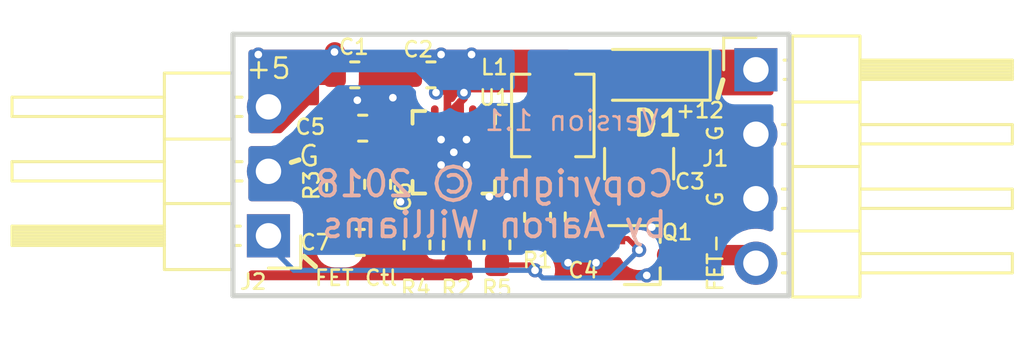
<source format=kicad_pcb>
(kicad_pcb (version 20171130) (host pcbnew 5.0.0)

  (general
    (thickness 1.6)
    (drawings 16)
    (tracks 95)
    (zones 0)
    (modules 18)
    (nets 15)
  )

  (page USLetter)
  (title_block
    (title "5v to 12v booster")
    (rev 1.0)
    (company "Copyright © 2018 by Aaron Williams")
    (comment 1 "5V to 12V boost converter")
    (comment 2 "Limited to 300ma")
  )

  (layers
    (0 F.Cu signal)
    (31 B.Cu signal)
    (32 B.Adhes user)
    (33 F.Adhes user)
    (34 B.Paste user)
    (35 F.Paste user)
    (36 B.SilkS user)
    (37 F.SilkS user)
    (38 B.Mask user)
    (39 F.Mask user)
    (40 Dwgs.User user)
    (41 Cmts.User user)
    (42 Eco1.User user)
    (43 Eco2.User user)
    (44 Edge.Cuts user)
    (45 Margin user)
    (46 B.CrtYd user)
    (47 F.CrtYd user)
    (48 B.Fab user)
    (49 F.Fab user)
  )

  (setup
    (last_trace_width 0.8)
    (user_trace_width 0.2)
    (user_trace_width 0.3)
    (user_trace_width 0.4)
    (user_trace_width 0.5)
    (user_trace_width 0.8)
    (trace_clearance 0.2)
    (zone_clearance 0.508)
    (zone_45_only yes)
    (trace_min 0.2)
    (segment_width 0.2)
    (edge_width 0.1)
    (via_size 0.56)
    (via_drill 0.3)
    (via_min_size 0.3)
    (via_min_drill 0.3)
    (uvia_size 0.3)
    (uvia_drill 0.1)
    (uvias_allowed no)
    (uvia_min_size 0.2)
    (uvia_min_drill 0.1)
    (pcb_text_width 0.3)
    (pcb_text_size 0.8 0.8)
    (mod_edge_width 0.15)
    (mod_text_size 1 1)
    (mod_text_width 0.15)
    (pad_size 1.524 1.524)
    (pad_drill 0.762)
    (pad_to_mask_clearance 0.2)
    (aux_axis_origin 0 0)
    (visible_elements FFFFFF7F)
    (pcbplotparams
      (layerselection 0x010fc_ffffffff)
      (usegerberextensions false)
      (usegerberattributes false)
      (usegerberadvancedattributes false)
      (creategerberjobfile false)
      (excludeedgelayer true)
      (linewidth 0.100000)
      (plotframeref false)
      (viasonmask false)
      (mode 1)
      (useauxorigin false)
      (hpglpennumber 1)
      (hpglpenspeed 20)
      (hpglpendiameter 15.000000)
      (psnegative false)
      (psa4output false)
      (plotreference true)
      (plotvalue true)
      (plotinvisibletext false)
      (padsonsilk false)
      (subtractmaskfromsilk false)
      (outputformat 1)
      (mirror false)
      (drillshape 0)
      (scaleselection 1)
      (outputdirectory "Gerbers/"))
  )

  (net 0 "")
  (net 1 +12V)
  (net 2 "Net-(R1-Pad2)")
  (net 3 GND)
  (net 4 "Net-(R2-Pad1)")
  (net 5 "Net-(C7-Pad1)")
  (net 6 "Net-(C6-Pad1)")
  (net 7 +5V)
  (net 8 "Net-(C5-Pad1)")
  (net 9 "Net-(U1-Pad5)")
  (net 10 "Net-(U1-Pad10)")
  (net 11 "Net-(U1-Pad14)")
  (net 12 /SW)
  (net 13 /FET_CTL)
  (net 14 /FET_DRV)

  (net_class Default "This is the default net class."
    (clearance 0.2)
    (trace_width 0.2)
    (via_dia 0.56)
    (via_drill 0.3)
    (uvia_dia 0.3)
    (uvia_drill 0.1)
    (add_net /FET_CTL)
    (add_net /FET_DRV)
    (add_net /SW)
    (add_net GND)
    (add_net "Net-(C5-Pad1)")
    (add_net "Net-(C6-Pad1)")
    (add_net "Net-(C7-Pad1)")
    (add_net "Net-(R1-Pad2)")
    (add_net "Net-(R2-Pad1)")
    (add_net "Net-(U1-Pad10)")
    (add_net "Net-(U1-Pad14)")
    (add_net "Net-(U1-Pad5)")
  )

  (net_class 12V ""
    (clearance 0.2)
    (trace_width 0.5)
    (via_dia 0.56)
    (via_drill 0.3)
    (uvia_dia 0.3)
    (uvia_drill 0.1)
    (add_net +12V)
  )

  (net_class 5V ""
    (clearance 0.2)
    (trace_width 0.8)
    (via_dia 0.56)
    (via_drill 0.3)
    (uvia_dia 0.3)
    (uvia_drill 0.1)
    (add_net +5V)
  )

  (module Diodes_SMD:D_SOD-123F (layer F.Cu) (tedit 587F7769) (tstamp 5BABCA64)
    (at 128.8 73.1 180)
    (descr D_SOD-123F)
    (tags D_SOD-123F)
    (path /5BAB0FFC)
    (attr smd)
    (fp_text reference D1 (at -0.127 -1.905 180) (layer F.SilkS)
      (effects (font (size 1 1) (thickness 0.15)))
    )
    (fp_text value D_Schottky (at 0 2.1 180) (layer F.Fab)
      (effects (font (size 1 1) (thickness 0.15)))
    )
    (fp_line (start -2.2 -1) (end 1.65 -1) (layer F.SilkS) (width 0.12))
    (fp_line (start -2.2 1) (end 1.65 1) (layer F.SilkS) (width 0.12))
    (fp_line (start -2.2 -1.15) (end -2.2 1.15) (layer F.CrtYd) (width 0.05))
    (fp_line (start 2.2 1.15) (end -2.2 1.15) (layer F.CrtYd) (width 0.05))
    (fp_line (start 2.2 -1.15) (end 2.2 1.15) (layer F.CrtYd) (width 0.05))
    (fp_line (start -2.2 -1.15) (end 2.2 -1.15) (layer F.CrtYd) (width 0.05))
    (fp_line (start -1.4 -0.9) (end 1.4 -0.9) (layer F.Fab) (width 0.1))
    (fp_line (start 1.4 -0.9) (end 1.4 0.9) (layer F.Fab) (width 0.1))
    (fp_line (start 1.4 0.9) (end -1.4 0.9) (layer F.Fab) (width 0.1))
    (fp_line (start -1.4 0.9) (end -1.4 -0.9) (layer F.Fab) (width 0.1))
    (fp_line (start -0.75 0) (end -0.35 0) (layer F.Fab) (width 0.1))
    (fp_line (start -0.35 0) (end -0.35 -0.55) (layer F.Fab) (width 0.1))
    (fp_line (start -0.35 0) (end -0.35 0.55) (layer F.Fab) (width 0.1))
    (fp_line (start -0.35 0) (end 0.25 -0.4) (layer F.Fab) (width 0.1))
    (fp_line (start 0.25 -0.4) (end 0.25 0.4) (layer F.Fab) (width 0.1))
    (fp_line (start 0.25 0.4) (end -0.35 0) (layer F.Fab) (width 0.1))
    (fp_line (start 0.25 0) (end 0.75 0) (layer F.Fab) (width 0.1))
    (fp_line (start -2.2 -1) (end -2.2 1) (layer F.SilkS) (width 0.12))
    (fp_text user %R (at -0.127 -1.905 180) (layer F.Fab)
      (effects (font (size 1 1) (thickness 0.15)))
    )
    (pad 2 smd rect (at 1.4 0 180) (size 1.1 1.1) (layers F.Cu F.Paste F.Mask)
      (net 12 /SW))
    (pad 1 smd rect (at -1.4 0 180) (size 1.1 1.1) (layers F.Cu F.Paste F.Mask)
      (net 1 +12V))
    (model ${KIGIT3DMOD}/Diodes_SMD.3dshapes/D_SOD-123F.wrl
      (at (xyz 0 0 0))
      (scale (xyz 1 1 1))
      (rotate (xyz 0 0 0))
    )
  )

  (module Inductor_SMD:L_Vishay_IHLP-1212 (layer F.Cu) (tedit 5BAB49E9) (tstamp 5BAB554B)
    (at 124.8 74.7 270)
    (descr "Inductor, Vishay, IHLP series, 3.0mmx3.0mm")
    (tags "inductor vishay ihlp smd")
    (path /5BAB0F75)
    (attr smd)
    (fp_text reference L1 (at -1.9 2.3) (layer F.SilkS)
      (effects (font (size 0.6 0.6) (thickness 0.1)))
    )
    (fp_text value 3.3uH (at 0 3.024 270) (layer F.Fab)
      (effects (font (size 1 1) (thickness 0.15)))
    )
    (fp_line (start 2.35 -1.8) (end -2.35 -1.8) (layer F.CrtYd) (width 0.05))
    (fp_line (start 2.35 1.8) (end 2.35 -1.8) (layer F.CrtYd) (width 0.05))
    (fp_line (start -2.35 1.8) (end 2.35 1.8) (layer F.CrtYd) (width 0.05))
    (fp_line (start -2.35 -1.8) (end -2.35 1.8) (layer F.CrtYd) (width 0.05))
    (fp_line (start 1.624 1.624) (end 1.624 0.9) (layer F.SilkS) (width 0.12))
    (fp_line (start -1.624 1.624) (end 1.624 1.624) (layer F.SilkS) (width 0.12))
    (fp_line (start -1.624 0.9) (end -1.624 1.624) (layer F.SilkS) (width 0.12))
    (fp_line (start 1.624 -1.624) (end 1.624 -0.9) (layer F.SilkS) (width 0.12))
    (fp_line (start -1.624 -1.624) (end 1.624 -1.624) (layer F.SilkS) (width 0.12))
    (fp_line (start -1.624 -0.9) (end -1.624 -1.624) (layer F.SilkS) (width 0.12))
    (fp_line (start 1.524 -1.524) (end -1.524 -1.524) (layer F.Fab) (width 0.1))
    (fp_line (start 1.524 1.524) (end 1.524 -1.524) (layer F.Fab) (width 0.1))
    (fp_line (start -1.524 1.524) (end 1.524 1.524) (layer F.Fab) (width 0.1))
    (fp_line (start -1.524 -1.524) (end -1.524 1.524) (layer F.Fab) (width 0.1))
    (fp_text user %R (at 0 0 270) (layer F.Fab)
      (effects (font (size 0.7 0.7) (thickness 0.105)))
    )
    (pad 2 smd rect (at 1.35 0 270) (size 1.5 1.2) (layers F.Cu F.Paste F.Mask)
      (net 12 /SW))
    (pad 1 smd rect (at -1.35 0 270) (size 1.5 1.2) (layers F.Cu F.Paste F.Mask)
      (net 7 +5V))
    (model ${KISYS3DMOD}/Inductor_SMD.3dshapes/L_Vishay_IHLP-1212.wrl
      (at (xyz 0 0 0))
      (scale (xyz 1 1 1))
      (rotate (xyz 0 0 0))
    )
  )

  (module Package_TO_SOT_SMD:SOT-323_SC-70 (layer F.Cu) (tedit 5A02FF57) (tstamp 5BC051A0)
    (at 128.3 80.2)
    (descr "SOT-323, SC-70")
    (tags "SOT-323 SC-70")
    (path /5BAD0965)
    (attr smd)
    (fp_text reference Q1 (at 1.4 -0.9) (layer F.SilkS)
      (effects (font (size 0.6 0.6) (thickness 0.1)))
    )
    (fp_text value BSS214NW (at -0.05 2.05) (layer F.Fab)
      (effects (font (size 1 1) (thickness 0.15)))
    )
    (fp_line (start -0.18 -1.1) (end -0.68 -0.6) (layer F.Fab) (width 0.1))
    (fp_line (start 0.67 1.1) (end -0.68 1.1) (layer F.Fab) (width 0.1))
    (fp_line (start 0.67 -1.1) (end 0.67 1.1) (layer F.Fab) (width 0.1))
    (fp_line (start -0.68 -0.6) (end -0.68 1.1) (layer F.Fab) (width 0.1))
    (fp_line (start 0.67 -1.1) (end -0.18 -1.1) (layer F.Fab) (width 0.1))
    (fp_line (start -0.68 1.16) (end 0.73 1.16) (layer F.SilkS) (width 0.12))
    (fp_line (start 0.73 -1.16) (end -1.3 -1.16) (layer F.SilkS) (width 0.12))
    (fp_line (start -1.7 1.3) (end -1.7 -1.3) (layer F.CrtYd) (width 0.05))
    (fp_line (start -1.7 -1.3) (end 1.7 -1.3) (layer F.CrtYd) (width 0.05))
    (fp_line (start 1.7 -1.3) (end 1.7 1.3) (layer F.CrtYd) (width 0.05))
    (fp_line (start 1.7 1.3) (end -1.7 1.3) (layer F.CrtYd) (width 0.05))
    (fp_line (start 0.73 -1.16) (end 0.73 -0.5) (layer F.SilkS) (width 0.12))
    (fp_line (start 0.73 0.5) (end 0.73 1.16) (layer F.SilkS) (width 0.12))
    (fp_text user %R (at 0 0 90) (layer F.Fab)
      (effects (font (size 0.5 0.5) (thickness 0.075)))
    )
    (pad 3 smd rect (at 1 0 270) (size 0.45 0.7) (layers F.Cu F.Paste F.Mask)
      (net 14 /FET_DRV))
    (pad 2 smd rect (at -1 0.65 270) (size 0.45 0.7) (layers F.Cu F.Paste F.Mask)
      (net 3 GND))
    (pad 1 smd rect (at -1 -0.65 270) (size 0.45 0.7) (layers F.Cu F.Paste F.Mask)
      (net 13 /FET_CTL))
    (model ${KISYS3DMOD}/Package_TO_SOT_SMD.3dshapes/SOT-323_SC-70.wrl
      (at (xyz 0 0 0))
      (scale (xyz 1 1 1))
      (rotate (xyz 0 0 0))
    )
  )

  (module Resistor_SMD:R_0603_1608Metric (layer F.Cu) (tedit 5B301BBD) (tstamp 5BC04E15)
    (at 122.6 79.8 90)
    (descr "Resistor SMD 0603 (1608 Metric), square (rectangular) end terminal, IPC_7351 nominal, (Body size source: http://www.tortai-tech.com/upload/download/2011102023233369053.pdf), generated with kicad-footprint-generator")
    (tags resistor)
    (path /5BAD2572)
    (attr smd)
    (fp_text reference R5 (at -1.7 0 180) (layer F.SilkS)
      (effects (font (size 0.6 0.6) (thickness 0.1)))
    )
    (fp_text value 100k (at 0 1.43 90) (layer F.Fab)
      (effects (font (size 1 1) (thickness 0.15)))
    )
    (fp_text user %R (at 0 0 90) (layer F.Fab)
      (effects (font (size 0.4 0.4) (thickness 0.06)))
    )
    (fp_line (start 1.48 0.73) (end -1.48 0.73) (layer F.CrtYd) (width 0.05))
    (fp_line (start 1.48 -0.73) (end 1.48 0.73) (layer F.CrtYd) (width 0.05))
    (fp_line (start -1.48 -0.73) (end 1.48 -0.73) (layer F.CrtYd) (width 0.05))
    (fp_line (start -1.48 0.73) (end -1.48 -0.73) (layer F.CrtYd) (width 0.05))
    (fp_line (start -0.162779 0.51) (end 0.162779 0.51) (layer F.SilkS) (width 0.12))
    (fp_line (start -0.162779 -0.51) (end 0.162779 -0.51) (layer F.SilkS) (width 0.12))
    (fp_line (start 0.8 0.4) (end -0.8 0.4) (layer F.Fab) (width 0.1))
    (fp_line (start 0.8 -0.4) (end 0.8 0.4) (layer F.Fab) (width 0.1))
    (fp_line (start -0.8 -0.4) (end 0.8 -0.4) (layer F.Fab) (width 0.1))
    (fp_line (start -0.8 0.4) (end -0.8 -0.4) (layer F.Fab) (width 0.1))
    (pad 2 smd roundrect (at 0.7875 0 90) (size 0.875 0.95) (layers F.Cu F.Paste F.Mask) (roundrect_rratio 0.25)
      (net 3 GND))
    (pad 1 smd roundrect (at -0.7875 0 90) (size 0.875 0.95) (layers F.Cu F.Paste F.Mask) (roundrect_rratio 0.25)
      (net 13 /FET_CTL))
    (model ${KISYS3DMOD}/Resistor_SMD.3dshapes/R_0603_1608Metric.wrl
      (at (xyz 0 0 0))
      (scale (xyz 1 1 1))
      (rotate (xyz 0 0 0))
    )
  )

  (module Pin_Headers:Pin_Header_Angled_1x03_Pitch2.54mm (layer F.Cu) (tedit 59650532) (tstamp 5BC02CA2)
    (at 113.6 79.44 180)
    (descr "Through hole angled pin header, 1x03, 2.54mm pitch, 6mm pin length, single row")
    (tags "Through hole angled pin header THT 1x03 2.54mm single row")
    (path /5BABB239)
    (fp_text reference J2 (at 0.6 -1.81 180) (layer F.SilkS)
      (effects (font (size 0.6 0.6) (thickness 0.1)))
    )
    (fp_text value Conn_01x03 (at 4.385 7.35 180) (layer F.Fab)
      (effects (font (size 1 1) (thickness 0.15)))
    )
    (fp_text user %R (at 2.77 2.54 270) (layer F.Fab)
      (effects (font (size 1 1) (thickness 0.15)))
    )
    (fp_line (start 10.55 -1.8) (end -1.8 -1.8) (layer F.CrtYd) (width 0.05))
    (fp_line (start 10.55 6.85) (end 10.55 -1.8) (layer F.CrtYd) (width 0.05))
    (fp_line (start -1.8 6.85) (end 10.55 6.85) (layer F.CrtYd) (width 0.05))
    (fp_line (start -1.8 -1.8) (end -1.8 6.85) (layer F.CrtYd) (width 0.05))
    (fp_line (start -1.27 -1.27) (end 0 -1.27) (layer F.SilkS) (width 0.12))
    (fp_line (start -1.27 0) (end -1.27 -1.27) (layer F.SilkS) (width 0.12))
    (fp_line (start 1.042929 5.46) (end 1.44 5.46) (layer F.SilkS) (width 0.12))
    (fp_line (start 1.042929 4.7) (end 1.44 4.7) (layer F.SilkS) (width 0.12))
    (fp_line (start 10.1 5.46) (end 4.1 5.46) (layer F.SilkS) (width 0.12))
    (fp_line (start 10.1 4.7) (end 10.1 5.46) (layer F.SilkS) (width 0.12))
    (fp_line (start 4.1 4.7) (end 10.1 4.7) (layer F.SilkS) (width 0.12))
    (fp_line (start 1.44 3.81) (end 4.1 3.81) (layer F.SilkS) (width 0.12))
    (fp_line (start 1.042929 2.92) (end 1.44 2.92) (layer F.SilkS) (width 0.12))
    (fp_line (start 1.042929 2.16) (end 1.44 2.16) (layer F.SilkS) (width 0.12))
    (fp_line (start 10.1 2.92) (end 4.1 2.92) (layer F.SilkS) (width 0.12))
    (fp_line (start 10.1 2.16) (end 10.1 2.92) (layer F.SilkS) (width 0.12))
    (fp_line (start 4.1 2.16) (end 10.1 2.16) (layer F.SilkS) (width 0.12))
    (fp_line (start 1.44 1.27) (end 4.1 1.27) (layer F.SilkS) (width 0.12))
    (fp_line (start 1.11 0.38) (end 1.44 0.38) (layer F.SilkS) (width 0.12))
    (fp_line (start 1.11 -0.38) (end 1.44 -0.38) (layer F.SilkS) (width 0.12))
    (fp_line (start 4.1 0.28) (end 10.1 0.28) (layer F.SilkS) (width 0.12))
    (fp_line (start 4.1 0.16) (end 10.1 0.16) (layer F.SilkS) (width 0.12))
    (fp_line (start 4.1 0.04) (end 10.1 0.04) (layer F.SilkS) (width 0.12))
    (fp_line (start 4.1 -0.08) (end 10.1 -0.08) (layer F.SilkS) (width 0.12))
    (fp_line (start 4.1 -0.2) (end 10.1 -0.2) (layer F.SilkS) (width 0.12))
    (fp_line (start 4.1 -0.32) (end 10.1 -0.32) (layer F.SilkS) (width 0.12))
    (fp_line (start 10.1 0.38) (end 4.1 0.38) (layer F.SilkS) (width 0.12))
    (fp_line (start 10.1 -0.38) (end 10.1 0.38) (layer F.SilkS) (width 0.12))
    (fp_line (start 4.1 -0.38) (end 10.1 -0.38) (layer F.SilkS) (width 0.12))
    (fp_line (start 4.1 -1.33) (end 1.44 -1.33) (layer F.SilkS) (width 0.12))
    (fp_line (start 4.1 6.41) (end 4.1 -1.33) (layer F.SilkS) (width 0.12))
    (fp_line (start 1.44 6.41) (end 4.1 6.41) (layer F.SilkS) (width 0.12))
    (fp_line (start 1.44 -1.33) (end 1.44 6.41) (layer F.SilkS) (width 0.12))
    (fp_line (start 4.04 5.4) (end 10.04 5.4) (layer F.Fab) (width 0.1))
    (fp_line (start 10.04 4.76) (end 10.04 5.4) (layer F.Fab) (width 0.1))
    (fp_line (start 4.04 4.76) (end 10.04 4.76) (layer F.Fab) (width 0.1))
    (fp_line (start -0.32 5.4) (end 1.5 5.4) (layer F.Fab) (width 0.1))
    (fp_line (start -0.32 4.76) (end -0.32 5.4) (layer F.Fab) (width 0.1))
    (fp_line (start -0.32 4.76) (end 1.5 4.76) (layer F.Fab) (width 0.1))
    (fp_line (start 4.04 2.86) (end 10.04 2.86) (layer F.Fab) (width 0.1))
    (fp_line (start 10.04 2.22) (end 10.04 2.86) (layer F.Fab) (width 0.1))
    (fp_line (start 4.04 2.22) (end 10.04 2.22) (layer F.Fab) (width 0.1))
    (fp_line (start -0.32 2.86) (end 1.5 2.86) (layer F.Fab) (width 0.1))
    (fp_line (start -0.32 2.22) (end -0.32 2.86) (layer F.Fab) (width 0.1))
    (fp_line (start -0.32 2.22) (end 1.5 2.22) (layer F.Fab) (width 0.1))
    (fp_line (start 4.04 0.32) (end 10.04 0.32) (layer F.Fab) (width 0.1))
    (fp_line (start 10.04 -0.32) (end 10.04 0.32) (layer F.Fab) (width 0.1))
    (fp_line (start 4.04 -0.32) (end 10.04 -0.32) (layer F.Fab) (width 0.1))
    (fp_line (start -0.32 0.32) (end 1.5 0.32) (layer F.Fab) (width 0.1))
    (fp_line (start -0.32 -0.32) (end -0.32 0.32) (layer F.Fab) (width 0.1))
    (fp_line (start -0.32 -0.32) (end 1.5 -0.32) (layer F.Fab) (width 0.1))
    (fp_line (start 1.5 -0.635) (end 2.135 -1.27) (layer F.Fab) (width 0.1))
    (fp_line (start 1.5 6.35) (end 1.5 -0.635) (layer F.Fab) (width 0.1))
    (fp_line (start 4.04 6.35) (end 1.5 6.35) (layer F.Fab) (width 0.1))
    (fp_line (start 4.04 -1.27) (end 4.04 6.35) (layer F.Fab) (width 0.1))
    (fp_line (start 2.135 -1.27) (end 4.04 -1.27) (layer F.Fab) (width 0.1))
    (pad 3 thru_hole oval (at 0 5.08 180) (size 1.7 1.7) (drill 1) (layers *.Cu *.Mask)
      (net 7 +5V))
    (pad 2 thru_hole oval (at 0 2.54 180) (size 1.7 1.7) (drill 1) (layers *.Cu *.Mask)
      (net 3 GND))
    (pad 1 thru_hole rect (at 0 0 180) (size 1.7 1.7) (drill 1) (layers *.Cu *.Mask)
      (net 13 /FET_CTL))
    (model ${KIGIT3DMOD}/Pin_Headers.3dshapes/Pin_Header_Angled_1x03_Pitch2.54mm.wrl
      (at (xyz 0 0 0))
      (scale (xyz 1 1 1))
      (rotate (xyz 0 0 0))
    )
  )

  (module Pin_Headers:Pin_Header_Angled_1x04_Pitch2.54mm (layer F.Cu) (tedit 59650532) (tstamp 5BC00D51)
    (at 132.8 72.9)
    (descr "Through hole angled pin header, 1x04, 2.54mm pitch, 6mm pin length, single row")
    (tags "Through hole angled pin header THT 1x04 2.54mm single row")
    (path /5BAB769A)
    (fp_text reference J1 (at -1.6 3.5) (layer F.SilkS)
      (effects (font (size 0.6 0.6) (thickness 0.1)))
    )
    (fp_text value Conn_01x04 (at 4.385 9.89) (layer F.Fab)
      (effects (font (size 1 1) (thickness 0.15)))
    )
    (fp_text user %R (at 2.77 3.81 90) (layer F.Fab)
      (effects (font (size 1 1) (thickness 0.15)))
    )
    (fp_line (start 10.55 -1.8) (end -1.8 -1.8) (layer F.CrtYd) (width 0.05))
    (fp_line (start 10.55 9.4) (end 10.55 -1.8) (layer F.CrtYd) (width 0.05))
    (fp_line (start -1.8 9.4) (end 10.55 9.4) (layer F.CrtYd) (width 0.05))
    (fp_line (start -1.8 -1.8) (end -1.8 9.4) (layer F.CrtYd) (width 0.05))
    (fp_line (start -1.27 -1.27) (end 0 -1.27) (layer F.SilkS) (width 0.12))
    (fp_line (start -1.27 0) (end -1.27 -1.27) (layer F.SilkS) (width 0.12))
    (fp_line (start 1.042929 8) (end 1.44 8) (layer F.SilkS) (width 0.12))
    (fp_line (start 1.042929 7.24) (end 1.44 7.24) (layer F.SilkS) (width 0.12))
    (fp_line (start 10.1 8) (end 4.1 8) (layer F.SilkS) (width 0.12))
    (fp_line (start 10.1 7.24) (end 10.1 8) (layer F.SilkS) (width 0.12))
    (fp_line (start 4.1 7.24) (end 10.1 7.24) (layer F.SilkS) (width 0.12))
    (fp_line (start 1.44 6.35) (end 4.1 6.35) (layer F.SilkS) (width 0.12))
    (fp_line (start 1.042929 5.46) (end 1.44 5.46) (layer F.SilkS) (width 0.12))
    (fp_line (start 1.042929 4.7) (end 1.44 4.7) (layer F.SilkS) (width 0.12))
    (fp_line (start 10.1 5.46) (end 4.1 5.46) (layer F.SilkS) (width 0.12))
    (fp_line (start 10.1 4.7) (end 10.1 5.46) (layer F.SilkS) (width 0.12))
    (fp_line (start 4.1 4.7) (end 10.1 4.7) (layer F.SilkS) (width 0.12))
    (fp_line (start 1.44 3.81) (end 4.1 3.81) (layer F.SilkS) (width 0.12))
    (fp_line (start 1.042929 2.92) (end 1.44 2.92) (layer F.SilkS) (width 0.12))
    (fp_line (start 1.042929 2.16) (end 1.44 2.16) (layer F.SilkS) (width 0.12))
    (fp_line (start 10.1 2.92) (end 4.1 2.92) (layer F.SilkS) (width 0.12))
    (fp_line (start 10.1 2.16) (end 10.1 2.92) (layer F.SilkS) (width 0.12))
    (fp_line (start 4.1 2.16) (end 10.1 2.16) (layer F.SilkS) (width 0.12))
    (fp_line (start 1.44 1.27) (end 4.1 1.27) (layer F.SilkS) (width 0.12))
    (fp_line (start 1.11 0.38) (end 1.44 0.38) (layer F.SilkS) (width 0.12))
    (fp_line (start 1.11 -0.38) (end 1.44 -0.38) (layer F.SilkS) (width 0.12))
    (fp_line (start 4.1 0.28) (end 10.1 0.28) (layer F.SilkS) (width 0.12))
    (fp_line (start 4.1 0.16) (end 10.1 0.16) (layer F.SilkS) (width 0.12))
    (fp_line (start 4.1 0.04) (end 10.1 0.04) (layer F.SilkS) (width 0.12))
    (fp_line (start 4.1 -0.08) (end 10.1 -0.08) (layer F.SilkS) (width 0.12))
    (fp_line (start 4.1 -0.2) (end 10.1 -0.2) (layer F.SilkS) (width 0.12))
    (fp_line (start 4.1 -0.32) (end 10.1 -0.32) (layer F.SilkS) (width 0.12))
    (fp_line (start 10.1 0.38) (end 4.1 0.38) (layer F.SilkS) (width 0.12))
    (fp_line (start 10.1 -0.38) (end 10.1 0.38) (layer F.SilkS) (width 0.12))
    (fp_line (start 4.1 -0.38) (end 10.1 -0.38) (layer F.SilkS) (width 0.12))
    (fp_line (start 4.1 -1.33) (end 1.44 -1.33) (layer F.SilkS) (width 0.12))
    (fp_line (start 4.1 8.95) (end 4.1 -1.33) (layer F.SilkS) (width 0.12))
    (fp_line (start 1.44 8.95) (end 4.1 8.95) (layer F.SilkS) (width 0.12))
    (fp_line (start 1.44 -1.33) (end 1.44 8.95) (layer F.SilkS) (width 0.12))
    (fp_line (start 4.04 7.94) (end 10.04 7.94) (layer F.Fab) (width 0.1))
    (fp_line (start 10.04 7.3) (end 10.04 7.94) (layer F.Fab) (width 0.1))
    (fp_line (start 4.04 7.3) (end 10.04 7.3) (layer F.Fab) (width 0.1))
    (fp_line (start -0.32 7.94) (end 1.5 7.94) (layer F.Fab) (width 0.1))
    (fp_line (start -0.32 7.3) (end -0.32 7.94) (layer F.Fab) (width 0.1))
    (fp_line (start -0.32 7.3) (end 1.5 7.3) (layer F.Fab) (width 0.1))
    (fp_line (start 4.04 5.4) (end 10.04 5.4) (layer F.Fab) (width 0.1))
    (fp_line (start 10.04 4.76) (end 10.04 5.4) (layer F.Fab) (width 0.1))
    (fp_line (start 4.04 4.76) (end 10.04 4.76) (layer F.Fab) (width 0.1))
    (fp_line (start -0.32 5.4) (end 1.5 5.4) (layer F.Fab) (width 0.1))
    (fp_line (start -0.32 4.76) (end -0.32 5.4) (layer F.Fab) (width 0.1))
    (fp_line (start -0.32 4.76) (end 1.5 4.76) (layer F.Fab) (width 0.1))
    (fp_line (start 4.04 2.86) (end 10.04 2.86) (layer F.Fab) (width 0.1))
    (fp_line (start 10.04 2.22) (end 10.04 2.86) (layer F.Fab) (width 0.1))
    (fp_line (start 4.04 2.22) (end 10.04 2.22) (layer F.Fab) (width 0.1))
    (fp_line (start -0.32 2.86) (end 1.5 2.86) (layer F.Fab) (width 0.1))
    (fp_line (start -0.32 2.22) (end -0.32 2.86) (layer F.Fab) (width 0.1))
    (fp_line (start -0.32 2.22) (end 1.5 2.22) (layer F.Fab) (width 0.1))
    (fp_line (start 4.04 0.32) (end 10.04 0.32) (layer F.Fab) (width 0.1))
    (fp_line (start 10.04 -0.32) (end 10.04 0.32) (layer F.Fab) (width 0.1))
    (fp_line (start 4.04 -0.32) (end 10.04 -0.32) (layer F.Fab) (width 0.1))
    (fp_line (start -0.32 0.32) (end 1.5 0.32) (layer F.Fab) (width 0.1))
    (fp_line (start -0.32 -0.32) (end -0.32 0.32) (layer F.Fab) (width 0.1))
    (fp_line (start -0.32 -0.32) (end 1.5 -0.32) (layer F.Fab) (width 0.1))
    (fp_line (start 1.5 -0.635) (end 2.135 -1.27) (layer F.Fab) (width 0.1))
    (fp_line (start 1.5 8.89) (end 1.5 -0.635) (layer F.Fab) (width 0.1))
    (fp_line (start 4.04 8.89) (end 1.5 8.89) (layer F.Fab) (width 0.1))
    (fp_line (start 4.04 -1.27) (end 4.04 8.89) (layer F.Fab) (width 0.1))
    (fp_line (start 2.135 -1.27) (end 4.04 -1.27) (layer F.Fab) (width 0.1))
    (pad 4 thru_hole oval (at 0 7.62) (size 1.7 1.7) (drill 1) (layers *.Cu *.Mask)
      (net 14 /FET_DRV))
    (pad 3 thru_hole oval (at 0 5.08) (size 1.7 1.7) (drill 1) (layers *.Cu *.Mask)
      (net 3 GND))
    (pad 2 thru_hole oval (at 0 2.54) (size 1.7 1.7) (drill 1) (layers *.Cu *.Mask)
      (net 3 GND))
    (pad 1 thru_hole rect (at 0 0) (size 1.7 1.7) (drill 1) (layers *.Cu *.Mask)
      (net 1 +12V))
    (model ${KIGIT3DMOD}/Pin_Headers.3dshapes/Pin_Header_Angled_1x04_Pitch2.54mm.wrl
      (at (xyz 0 0 0))
      (scale (xyz 1 1 1))
      (rotate (xyz 0 0 0))
    )
  )

  (module Capacitor_SMD:C_0603_1608Metric (layer F.Cu) (tedit 5B301BBE) (tstamp 5BBD30C5)
    (at 117.2125 79.7)
    (descr "Capacitor SMD 0603 (1608 Metric), square (rectangular) end terminal, IPC_7351 nominal, (Body size source: http://www.tortai-tech.com/upload/download/2011102023233369053.pdf), generated with kicad-footprint-generator")
    (tags capacitor)
    (path /5BAB14C5)
    (attr smd)
    (fp_text reference C7 (at -1.7625 0) (layer F.SilkS)
      (effects (font (size 0.6 0.6) (thickness 0.1)))
    )
    (fp_text value 47nF (at 0 1.43) (layer F.Fab)
      (effects (font (size 1 1) (thickness 0.15)))
    )
    (fp_text user %R (at 0 0) (layer F.Fab)
      (effects (font (size 0.4 0.4) (thickness 0.06)))
    )
    (fp_line (start 1.48 0.73) (end -1.48 0.73) (layer F.CrtYd) (width 0.05))
    (fp_line (start 1.48 -0.73) (end 1.48 0.73) (layer F.CrtYd) (width 0.05))
    (fp_line (start -1.48 -0.73) (end 1.48 -0.73) (layer F.CrtYd) (width 0.05))
    (fp_line (start -1.48 0.73) (end -1.48 -0.73) (layer F.CrtYd) (width 0.05))
    (fp_line (start -0.162779 0.51) (end 0.162779 0.51) (layer F.SilkS) (width 0.12))
    (fp_line (start -0.162779 -0.51) (end 0.162779 -0.51) (layer F.SilkS) (width 0.12))
    (fp_line (start 0.8 0.4) (end -0.8 0.4) (layer F.Fab) (width 0.1))
    (fp_line (start 0.8 -0.4) (end 0.8 0.4) (layer F.Fab) (width 0.1))
    (fp_line (start -0.8 -0.4) (end 0.8 -0.4) (layer F.Fab) (width 0.1))
    (fp_line (start -0.8 0.4) (end -0.8 -0.4) (layer F.Fab) (width 0.1))
    (pad 2 smd roundrect (at 0.7875 0) (size 0.875 0.95) (layers F.Cu F.Paste F.Mask) (roundrect_rratio 0.25)
      (net 3 GND))
    (pad 1 smd roundrect (at -0.7875 0) (size 0.875 0.95) (layers F.Cu F.Paste F.Mask) (roundrect_rratio 0.25)
      (net 5 "Net-(C7-Pad1)"))
    (model ${KISYS3DMOD}/Capacitor_SMD.3dshapes/C_0603_1608Metric.wrl
      (at (xyz 0 0 0))
      (scale (xyz 1 1 1))
      (rotate (xyz 0 0 0))
    )
  )

  (module Capacitor_SMD:C_0603_1608Metric (layer F.Cu) (tedit 5B301BBE) (tstamp 5BBD30B4)
    (at 117.9 77.4125 270)
    (descr "Capacitor SMD 0603 (1608 Metric), square (rectangular) end terminal, IPC_7351 nominal, (Body size source: http://www.tortai-tech.com/upload/download/2011102023233369053.pdf), generated with kicad-footprint-generator")
    (tags capacitor)
    (path /5BAB1360)
    (attr smd)
    (fp_text reference C6 (at 0.4875 -1 270) (layer F.SilkS)
      (effects (font (size 0.6 0.6) (thickness 0.1)))
    )
    (fp_text value 820pF (at 0 1.43 270) (layer F.Fab)
      (effects (font (size 1 1) (thickness 0.15)))
    )
    (fp_text user %R (at 0 0 270) (layer F.Fab)
      (effects (font (size 0.4 0.4) (thickness 0.06)))
    )
    (fp_line (start 1.48 0.73) (end -1.48 0.73) (layer F.CrtYd) (width 0.05))
    (fp_line (start 1.48 -0.73) (end 1.48 0.73) (layer F.CrtYd) (width 0.05))
    (fp_line (start -1.48 -0.73) (end 1.48 -0.73) (layer F.CrtYd) (width 0.05))
    (fp_line (start -1.48 0.73) (end -1.48 -0.73) (layer F.CrtYd) (width 0.05))
    (fp_line (start -0.162779 0.51) (end 0.162779 0.51) (layer F.SilkS) (width 0.12))
    (fp_line (start -0.162779 -0.51) (end 0.162779 -0.51) (layer F.SilkS) (width 0.12))
    (fp_line (start 0.8 0.4) (end -0.8 0.4) (layer F.Fab) (width 0.1))
    (fp_line (start 0.8 -0.4) (end 0.8 0.4) (layer F.Fab) (width 0.1))
    (fp_line (start -0.8 -0.4) (end 0.8 -0.4) (layer F.Fab) (width 0.1))
    (fp_line (start -0.8 0.4) (end -0.8 -0.4) (layer F.Fab) (width 0.1))
    (pad 2 smd roundrect (at 0.7875 0 270) (size 0.875 0.95) (layers F.Cu F.Paste F.Mask) (roundrect_rratio 0.25)
      (net 3 GND))
    (pad 1 smd roundrect (at -0.7875 0 270) (size 0.875 0.95) (layers F.Cu F.Paste F.Mask) (roundrect_rratio 0.25)
      (net 6 "Net-(C6-Pad1)"))
    (model ${KISYS3DMOD}/Capacitor_SMD.3dshapes/C_0603_1608Metric.wrl
      (at (xyz 0 0 0))
      (scale (xyz 1 1 1))
      (rotate (xyz 0 0 0))
    )
  )

  (module Capacitor_SMD:C_0603_1608Metric (layer F.Cu) (tedit 5B301BBE) (tstamp 5BBD30A3)
    (at 117.3125 75.2 180)
    (descr "Capacitor SMD 0603 (1608 Metric), square (rectangular) end terminal, IPC_7351 nominal, (Body size source: http://www.tortai-tech.com/upload/download/2011102023233369053.pdf), generated with kicad-footprint-generator")
    (tags capacitor)
    (path /5BAB12DF)
    (attr smd)
    (fp_text reference C5 (at 2.0625 0.05 180) (layer F.SilkS)
      (effects (font (size 0.6 0.6) (thickness 0.1)))
    )
    (fp_text value 22nF (at 0 1.43 180) (layer F.Fab)
      (effects (font (size 1 1) (thickness 0.15)))
    )
    (fp_text user %R (at 0 0 180) (layer F.Fab)
      (effects (font (size 0.4 0.4) (thickness 0.06)))
    )
    (fp_line (start 1.48 0.73) (end -1.48 0.73) (layer F.CrtYd) (width 0.05))
    (fp_line (start 1.48 -0.73) (end 1.48 0.73) (layer F.CrtYd) (width 0.05))
    (fp_line (start -1.48 -0.73) (end 1.48 -0.73) (layer F.CrtYd) (width 0.05))
    (fp_line (start -1.48 0.73) (end -1.48 -0.73) (layer F.CrtYd) (width 0.05))
    (fp_line (start -0.162779 0.51) (end 0.162779 0.51) (layer F.SilkS) (width 0.12))
    (fp_line (start -0.162779 -0.51) (end 0.162779 -0.51) (layer F.SilkS) (width 0.12))
    (fp_line (start 0.8 0.4) (end -0.8 0.4) (layer F.Fab) (width 0.1))
    (fp_line (start 0.8 -0.4) (end 0.8 0.4) (layer F.Fab) (width 0.1))
    (fp_line (start -0.8 -0.4) (end 0.8 -0.4) (layer F.Fab) (width 0.1))
    (fp_line (start -0.8 0.4) (end -0.8 -0.4) (layer F.Fab) (width 0.1))
    (pad 2 smd roundrect (at 0.7875 0 180) (size 0.875 0.95) (layers F.Cu F.Paste F.Mask) (roundrect_rratio 0.25)
      (net 3 GND))
    (pad 1 smd roundrect (at -0.7875 0 180) (size 0.875 0.95) (layers F.Cu F.Paste F.Mask) (roundrect_rratio 0.25)
      (net 8 "Net-(C5-Pad1)"))
    (model ${KISYS3DMOD}/Capacitor_SMD.3dshapes/C_0603_1608Metric.wrl
      (at (xyz 0 0 0))
      (scale (xyz 1 1 1))
      (rotate (xyz 0 0 0))
    )
  )

  (module Capacitor_SMD:C_0603_1608Metric (layer F.Cu) (tedit 5B301BBE) (tstamp 5BBD3092)
    (at 125.8 78.7 270)
    (descr "Capacitor SMD 0603 (1608 Metric), square (rectangular) end terminal, IPC_7351 nominal, (Body size source: http://www.tortai-tech.com/upload/download/2011102023233369053.pdf), generated with kicad-footprint-generator")
    (tags capacitor)
    (path /5BAB170C)
    (attr smd)
    (fp_text reference C4 (at 2.1 -0.2) (layer F.SilkS)
      (effects (font (size 0.6 0.6) (thickness 0.1)))
    )
    (fp_text value 1uF (at 0 1.43 270) (layer F.Fab)
      (effects (font (size 1 1) (thickness 0.15)))
    )
    (fp_text user %R (at 0 0 270) (layer F.Fab)
      (effects (font (size 0.4 0.4) (thickness 0.06)))
    )
    (fp_line (start 1.48 0.73) (end -1.48 0.73) (layer F.CrtYd) (width 0.05))
    (fp_line (start 1.48 -0.73) (end 1.48 0.73) (layer F.CrtYd) (width 0.05))
    (fp_line (start -1.48 -0.73) (end 1.48 -0.73) (layer F.CrtYd) (width 0.05))
    (fp_line (start -1.48 0.73) (end -1.48 -0.73) (layer F.CrtYd) (width 0.05))
    (fp_line (start -0.162779 0.51) (end 0.162779 0.51) (layer F.SilkS) (width 0.12))
    (fp_line (start -0.162779 -0.51) (end 0.162779 -0.51) (layer F.SilkS) (width 0.12))
    (fp_line (start 0.8 0.4) (end -0.8 0.4) (layer F.Fab) (width 0.1))
    (fp_line (start 0.8 -0.4) (end 0.8 0.4) (layer F.Fab) (width 0.1))
    (fp_line (start -0.8 -0.4) (end 0.8 -0.4) (layer F.Fab) (width 0.1))
    (fp_line (start -0.8 0.4) (end -0.8 -0.4) (layer F.Fab) (width 0.1))
    (pad 2 smd roundrect (at 0.7875 0 270) (size 0.875 0.95) (layers F.Cu F.Paste F.Mask) (roundrect_rratio 0.25)
      (net 3 GND))
    (pad 1 smd roundrect (at -0.7875 0 270) (size 0.875 0.95) (layers F.Cu F.Paste F.Mask) (roundrect_rratio 0.25)
      (net 1 +12V))
    (model ${KISYS3DMOD}/Capacitor_SMD.3dshapes/C_0603_1608Metric.wrl
      (at (xyz 0 0 0))
      (scale (xyz 1 1 1))
      (rotate (xyz 0 0 0))
    )
  )

  (module Capacitor_SMD:C_0603_1608Metric (layer F.Cu) (tedit 5B301BBE) (tstamp 5BBD3081)
    (at 120 73.1 180)
    (descr "Capacitor SMD 0603 (1608 Metric), square (rectangular) end terminal, IPC_7351 nominal, (Body size source: http://www.tortai-tech.com/upload/download/2011102023233369053.pdf), generated with kicad-footprint-generator")
    (tags capacitor)
    (path /5BAB11A4)
    (attr smd)
    (fp_text reference C2 (at 0.5 1 180) (layer F.SilkS)
      (effects (font (size 0.6 0.6) (thickness 0.1)))
    )
    (fp_text value 100nF (at 0 1.43 180) (layer F.Fab)
      (effects (font (size 1 1) (thickness 0.15)))
    )
    (fp_text user %R (at 0 0 180) (layer F.Fab)
      (effects (font (size 0.4 0.4) (thickness 0.06)))
    )
    (fp_line (start 1.48 0.73) (end -1.48 0.73) (layer F.CrtYd) (width 0.05))
    (fp_line (start 1.48 -0.73) (end 1.48 0.73) (layer F.CrtYd) (width 0.05))
    (fp_line (start -1.48 -0.73) (end 1.48 -0.73) (layer F.CrtYd) (width 0.05))
    (fp_line (start -1.48 0.73) (end -1.48 -0.73) (layer F.CrtYd) (width 0.05))
    (fp_line (start -0.162779 0.51) (end 0.162779 0.51) (layer F.SilkS) (width 0.12))
    (fp_line (start -0.162779 -0.51) (end 0.162779 -0.51) (layer F.SilkS) (width 0.12))
    (fp_line (start 0.8 0.4) (end -0.8 0.4) (layer F.Fab) (width 0.1))
    (fp_line (start 0.8 -0.4) (end 0.8 0.4) (layer F.Fab) (width 0.1))
    (fp_line (start -0.8 -0.4) (end 0.8 -0.4) (layer F.Fab) (width 0.1))
    (fp_line (start -0.8 0.4) (end -0.8 -0.4) (layer F.Fab) (width 0.1))
    (pad 2 smd roundrect (at 0.7875 0 180) (size 0.875 0.95) (layers F.Cu F.Paste F.Mask) (roundrect_rratio 0.25)
      (net 3 GND))
    (pad 1 smd roundrect (at -0.7875 0 180) (size 0.875 0.95) (layers F.Cu F.Paste F.Mask) (roundrect_rratio 0.25)
      (net 7 +5V))
    (model ${KISYS3DMOD}/Capacitor_SMD.3dshapes/C_0603_1608Metric.wrl
      (at (xyz 0 0 0))
      (scale (xyz 1 1 1))
      (rotate (xyz 0 0 0))
    )
  )

  (module Capacitor_SMD:C_0603_1608Metric (layer F.Cu) (tedit 5B301BBE) (tstamp 5BBD3070)
    (at 117 73.1)
    (descr "Capacitor SMD 0603 (1608 Metric), square (rectangular) end terminal, IPC_7351 nominal, (Body size source: http://www.tortai-tech.com/upload/download/2011102023233369053.pdf), generated with kicad-footprint-generator")
    (tags capacitor)
    (path /5BAB109C)
    (attr smd)
    (fp_text reference C1 (at -0.0375 -1.1) (layer F.SilkS)
      (effects (font (size 0.6 0.6) (thickness 0.1)))
    )
    (fp_text value 6.8uF (at 0 1.43) (layer F.Fab)
      (effects (font (size 1 1) (thickness 0.15)))
    )
    (fp_text user %R (at 0 0) (layer F.Fab)
      (effects (font (size 0.4 0.4) (thickness 0.06)))
    )
    (fp_line (start 1.48 0.73) (end -1.48 0.73) (layer F.CrtYd) (width 0.05))
    (fp_line (start 1.48 -0.73) (end 1.48 0.73) (layer F.CrtYd) (width 0.05))
    (fp_line (start -1.48 -0.73) (end 1.48 -0.73) (layer F.CrtYd) (width 0.05))
    (fp_line (start -1.48 0.73) (end -1.48 -0.73) (layer F.CrtYd) (width 0.05))
    (fp_line (start -0.162779 0.51) (end 0.162779 0.51) (layer F.SilkS) (width 0.12))
    (fp_line (start -0.162779 -0.51) (end 0.162779 -0.51) (layer F.SilkS) (width 0.12))
    (fp_line (start 0.8 0.4) (end -0.8 0.4) (layer F.Fab) (width 0.1))
    (fp_line (start 0.8 -0.4) (end 0.8 0.4) (layer F.Fab) (width 0.1))
    (fp_line (start -0.8 -0.4) (end 0.8 -0.4) (layer F.Fab) (width 0.1))
    (fp_line (start -0.8 0.4) (end -0.8 -0.4) (layer F.Fab) (width 0.1))
    (pad 2 smd roundrect (at 0.7875 0) (size 0.875 0.95) (layers F.Cu F.Paste F.Mask) (roundrect_rratio 0.25)
      (net 3 GND))
    (pad 1 smd roundrect (at -0.7875 0) (size 0.875 0.95) (layers F.Cu F.Paste F.Mask) (roundrect_rratio 0.25)
      (net 7 +5V))
    (model ${KISYS3DMOD}/Capacitor_SMD.3dshapes/C_0603_1608Metric.wrl
      (at (xyz 0 0 0))
      (scale (xyz 1 1 1))
      (rotate (xyz 0 0 0))
    )
  )

  (module Capacitor_SMD:C_1210_3225Metric (layer F.Cu) (tedit 5B301BBE) (tstamp 5BBD305F)
    (at 128.2 76.6 270)
    (descr "Capacitor SMD 1210 (3225 Metric), square (rectangular) end terminal, IPC_7351 nominal, (Body size source: http://www.tortai-tech.com/upload/download/2011102023233369053.pdf), generated with kicad-footprint-generator")
    (tags capacitor)
    (path /5BAB1684)
    (attr smd)
    (fp_text reference C3 (at 0.7 -2 180) (layer F.SilkS)
      (effects (font (size 0.6 0.6) (thickness 0.1)))
    )
    (fp_text value 22uF (at 0 2.28 270) (layer F.Fab)
      (effects (font (size 1 1) (thickness 0.15)))
    )
    (fp_text user %R (at 0 0 270) (layer F.Fab)
      (effects (font (size 0.8 0.8) (thickness 0.12)))
    )
    (fp_line (start 2.28 1.58) (end -2.28 1.58) (layer F.CrtYd) (width 0.05))
    (fp_line (start 2.28 -1.58) (end 2.28 1.58) (layer F.CrtYd) (width 0.05))
    (fp_line (start -2.28 -1.58) (end 2.28 -1.58) (layer F.CrtYd) (width 0.05))
    (fp_line (start -2.28 1.58) (end -2.28 -1.58) (layer F.CrtYd) (width 0.05))
    (fp_line (start -0.602064 1.36) (end 0.602064 1.36) (layer F.SilkS) (width 0.12))
    (fp_line (start -0.602064 -1.36) (end 0.602064 -1.36) (layer F.SilkS) (width 0.12))
    (fp_line (start 1.6 1.25) (end -1.6 1.25) (layer F.Fab) (width 0.1))
    (fp_line (start 1.6 -1.25) (end 1.6 1.25) (layer F.Fab) (width 0.1))
    (fp_line (start -1.6 -1.25) (end 1.6 -1.25) (layer F.Fab) (width 0.1))
    (fp_line (start -1.6 1.25) (end -1.6 -1.25) (layer F.Fab) (width 0.1))
    (pad 2 smd roundrect (at 1.4 0 270) (size 1.25 2.65) (layers F.Cu F.Paste F.Mask) (roundrect_rratio 0.2)
      (net 3 GND))
    (pad 1 smd roundrect (at -1.4 0 270) (size 1.25 2.65) (layers F.Cu F.Paste F.Mask) (roundrect_rratio 0.2)
      (net 1 +12V))
    (model ${KISYS3DMOD}/Capacitor_SMD.3dshapes/C_1210_3225Metric.wrl
      (at (xyz 0 0 0))
      (scale (xyz 1 1 1))
      (rotate (xyz 0 0 0))
    )
  )

  (module Housings_DFN_QFN:QFN-16-1EP_3x3mm_Pitch0.5mm_ThermalVias (layer F.Cu) (tedit 5BAB448A) (tstamp 5BABD9E1)
    (at 120.9 76.15 270)
    (descr "16-Lead Plastic Quad Flat, No Lead Package (NG) - 3x3x0.9 mm Body [QFN]; (see Microchip Packaging Specification 00000049BS.pdf)")
    (tags "QFN 0.5")
    (path /5BAB0E99)
    (attr smd)
    (fp_text reference U1 (at -2.15 -1.6) (layer F.SilkS)
      (effects (font (size 0.6 0.6) (thickness 0.1)))
    )
    (fp_text value TPS55340-Q1 (at 0 2.85 270) (layer F.Fab)
      (effects (font (size 1 1) (thickness 0.15)))
    )
    (fp_line (start 1.625 -1.625) (end 1.125 -1.625) (layer F.SilkS) (width 0.15))
    (fp_line (start 1.625 1.625) (end 1.125 1.625) (layer F.SilkS) (width 0.15))
    (fp_line (start -1.625 1.625) (end -1.125 1.625) (layer F.SilkS) (width 0.15))
    (fp_line (start -1.625 -1.625) (end -1.125 -1.625) (layer F.SilkS) (width 0.15))
    (fp_line (start 1.625 1.625) (end 1.625 1.125) (layer F.SilkS) (width 0.15))
    (fp_line (start -1.625 1.625) (end -1.625 1.125) (layer F.SilkS) (width 0.15))
    (fp_line (start 1.625 -1.625) (end 1.625 -1.125) (layer F.SilkS) (width 0.15))
    (fp_line (start -2.1 2.1) (end 2.1 2.1) (layer F.CrtYd) (width 0.05))
    (fp_line (start -2.1 -2.1) (end 2.1 -2.1) (layer F.CrtYd) (width 0.05))
    (fp_line (start 2.1 -2.1) (end 2.1 2.1) (layer F.CrtYd) (width 0.05))
    (fp_line (start -2.1 -2.1) (end -2.1 2.1) (layer F.CrtYd) (width 0.05))
    (fp_line (start -1.5 -0.5) (end -0.5 -1.5) (layer F.Fab) (width 0.15))
    (fp_line (start -1.5 1.5) (end -1.5 -0.5) (layer F.Fab) (width 0.15))
    (fp_line (start 1.5 1.5) (end -1.5 1.5) (layer F.Fab) (width 0.15))
    (fp_line (start 1.5 -1.5) (end 1.5 1.5) (layer F.Fab) (width 0.15))
    (fp_line (start -0.5 -1.5) (end 1.5 -1.5) (layer F.Fab) (width 0.15))
    (fp_text user %R (at 0 0 270) (layer F.Fab)
      (effects (font (size 0.65 0.65) (thickness 0.125)))
    )
    (pad 17 thru_hole circle (at -0.5 0.5 270) (size 0.6 0.6) (drill 0.3) (layers *.Cu)
      (net 3 GND))
    (pad 17 thru_hole circle (at 0.5 0.5 270) (size 0.6 0.6) (drill 0.3) (layers *.Cu)
      (net 3 GND))
    (pad 17 thru_hole circle (at 0.5 -0.5 270) (size 0.6 0.6) (drill 0.3) (layers *.Cu)
      (net 3 GND))
    (pad 17 thru_hole circle (at -0.5 -0.5 270) (size 0.6 0.6) (drill 0.3) (layers *.Cu)
      (net 3 GND))
    (pad 17 thru_hole circle (at 0 0 270) (size 0.6 0.6) (drill 0.3) (layers *.Cu)
      (net 3 GND))
    (pad 17 smd rect (at -0.45 -0.45 270) (size 0.9 0.9) (layers F.Cu F.Paste F.Mask)
      (net 3 GND) (solder_paste_margin_ratio -0.2))
    (pad 17 smd rect (at -0.45 0.45 270) (size 0.9 0.9) (layers F.Cu F.Paste F.Mask)
      (net 3 GND) (solder_paste_margin_ratio -0.2))
    (pad 17 smd rect (at 0.45 -0.45 270) (size 0.9 0.9) (layers F.Cu F.Paste F.Mask)
      (net 3 GND) (solder_paste_margin_ratio -0.2))
    (pad 17 smd rect (at 0.45 0.45 270) (size 0.9 0.9) (layers F.Cu F.Paste F.Mask)
      (net 3 GND) (solder_paste_margin_ratio -0.2))
    (pad 16 smd oval (at -0.75 -1.475) (size 0.75 0.3) (layers F.Cu F.Paste F.Mask)
      (net 12 /SW))
    (pad 15 smd oval (at -0.25 -1.475) (size 0.75 0.3) (layers F.Cu F.Paste F.Mask)
      (net 12 /SW))
    (pad 14 smd oval (at 0.25 -1.475) (size 0.75 0.3) (layers F.Cu F.Paste F.Mask)
      (net 11 "Net-(U1-Pad14)"))
    (pad 13 smd oval (at 0.75 -1.475) (size 0.75 0.3) (layers F.Cu F.Paste F.Mask)
      (net 3 GND))
    (pad 12 smd oval (at 1.475 -0.75 270) (size 0.75 0.3) (layers F.Cu F.Paste F.Mask)
      (net 3 GND))
    (pad 11 smd oval (at 1.475 -0.25 270) (size 0.75 0.3) (layers F.Cu F.Paste F.Mask)
      (net 3 GND))
    (pad 10 smd oval (at 1.475 0.25 270) (size 0.75 0.3) (layers F.Cu F.Paste F.Mask)
      (net 10 "Net-(U1-Pad10)"))
    (pad 9 smd oval (at 1.475 0.75 270) (size 0.75 0.3) (layers F.Cu F.Paste F.Mask)
      (net 4 "Net-(R2-Pad1)"))
    (pad 8 smd oval (at 0.75 1.475) (size 0.75 0.3) (layers F.Cu F.Paste F.Mask)
      (net 2 "Net-(R1-Pad2)"))
    (pad 7 smd oval (at 0.25 1.475) (size 0.75 0.3) (layers F.Cu F.Paste F.Mask)
      (net 6 "Net-(C6-Pad1)"))
    (pad 6 smd oval (at -0.25 1.475) (size 0.75 0.3) (layers F.Cu F.Paste F.Mask)
      (net 3 GND))
    (pad 5 smd oval (at -0.75 1.475) (size 0.75 0.3) (layers F.Cu F.Paste F.Mask)
      (net 9 "Net-(U1-Pad5)"))
    (pad 4 smd oval (at -1.475 0.75 270) (size 0.75 0.3) (layers F.Cu F.Paste F.Mask)
      (net 8 "Net-(C5-Pad1)"))
    (pad 3 smd oval (at -1.475 0.25 270) (size 0.75 0.3) (layers F.Cu F.Paste F.Mask)
      (net 7 +5V))
    (pad 2 smd oval (at -1.475 -0.25 270) (size 0.75 0.3) (layers F.Cu F.Paste F.Mask)
      (net 7 +5V))
    (pad 1 smd oval (at -1.475 -0.75 270) (size 0.75 0.3) (layers F.Cu F.Paste F.Mask)
      (net 12 /SW))
    (model ${KIGIT3DMOD}Housings_DFN_QFN.3dshapes/QFN-16-1EP_3x3mm_Pitch0.5mm.step
      (at (xyz 0 0 0))
      (scale (xyz 1 1 1))
      (rotate (xyz 0 0 0))
    )
  )

  (module Resistor_SMD:R_0603_1608Metric (layer F.Cu) (tedit 5B301BBD) (tstamp 5BBD2FFC)
    (at 119.45 79.8 270)
    (descr "Resistor SMD 0603 (1608 Metric), square (rectangular) end terminal, IPC_7351 nominal, (Body size source: http://www.tortai-tech.com/upload/download/2011102023233369053.pdf), generated with kicad-footprint-generator")
    (tags resistor)
    (path /5BAB1556)
    (attr smd)
    (fp_text reference R4 (at 1.7 0.05) (layer F.SilkS)
      (effects (font (size 0.6 0.6) (thickness 0.1)))
    )
    (fp_text value 10k (at 0 1.43 270) (layer F.Fab)
      (effects (font (size 1 1) (thickness 0.15)))
    )
    (fp_text user %R (at 0 0 270) (layer F.Fab)
      (effects (font (size 0.4 0.4) (thickness 0.06)))
    )
    (fp_line (start 1.48 0.73) (end -1.48 0.73) (layer F.CrtYd) (width 0.05))
    (fp_line (start 1.48 -0.73) (end 1.48 0.73) (layer F.CrtYd) (width 0.05))
    (fp_line (start -1.48 -0.73) (end 1.48 -0.73) (layer F.CrtYd) (width 0.05))
    (fp_line (start -1.48 0.73) (end -1.48 -0.73) (layer F.CrtYd) (width 0.05))
    (fp_line (start -0.162779 0.51) (end 0.162779 0.51) (layer F.SilkS) (width 0.12))
    (fp_line (start -0.162779 -0.51) (end 0.162779 -0.51) (layer F.SilkS) (width 0.12))
    (fp_line (start 0.8 0.4) (end -0.8 0.4) (layer F.Fab) (width 0.1))
    (fp_line (start 0.8 -0.4) (end 0.8 0.4) (layer F.Fab) (width 0.1))
    (fp_line (start -0.8 -0.4) (end 0.8 -0.4) (layer F.Fab) (width 0.1))
    (fp_line (start -0.8 0.4) (end -0.8 -0.4) (layer F.Fab) (width 0.1))
    (pad 2 smd roundrect (at 0.7875 0 270) (size 0.875 0.95) (layers F.Cu F.Paste F.Mask) (roundrect_rratio 0.25)
      (net 3 GND))
    (pad 1 smd roundrect (at -0.7875 0 270) (size 0.875 0.95) (layers F.Cu F.Paste F.Mask) (roundrect_rratio 0.25)
      (net 2 "Net-(R1-Pad2)"))
    (model ${KISYS3DMOD}/Resistor_SMD.3dshapes/R_0603_1608Metric.wrl
      (at (xyz 0 0 0))
      (scale (xyz 1 1 1))
      (rotate (xyz 0 0 0))
    )
  )

  (module Resistor_SMD:R_0603_1608Metric (layer F.Cu) (tedit 5B301BBD) (tstamp 5BBD2FEB)
    (at 116.4 77.4875 90)
    (descr "Resistor SMD 0603 (1608 Metric), square (rectangular) end terminal, IPC_7351 nominal, (Body size source: http://www.tortai-tech.com/upload/download/2011102023233369053.pdf), generated with kicad-footprint-generator")
    (tags resistor)
    (path /5BAB141D)
    (attr smd)
    (fp_text reference R3 (at 0.0375 -1.1 90) (layer F.SilkS)
      (effects (font (size 0.6 0.6) (thickness 0.1)))
    )
    (fp_text value 1.69k (at 0 1.43 90) (layer F.Fab)
      (effects (font (size 1 1) (thickness 0.15)))
    )
    (fp_text user %R (at 0 0 90) (layer F.Fab)
      (effects (font (size 0.4 0.4) (thickness 0.06)))
    )
    (fp_line (start 1.48 0.73) (end -1.48 0.73) (layer F.CrtYd) (width 0.05))
    (fp_line (start 1.48 -0.73) (end 1.48 0.73) (layer F.CrtYd) (width 0.05))
    (fp_line (start -1.48 -0.73) (end 1.48 -0.73) (layer F.CrtYd) (width 0.05))
    (fp_line (start -1.48 0.73) (end -1.48 -0.73) (layer F.CrtYd) (width 0.05))
    (fp_line (start -0.162779 0.51) (end 0.162779 0.51) (layer F.SilkS) (width 0.12))
    (fp_line (start -0.162779 -0.51) (end 0.162779 -0.51) (layer F.SilkS) (width 0.12))
    (fp_line (start 0.8 0.4) (end -0.8 0.4) (layer F.Fab) (width 0.1))
    (fp_line (start 0.8 -0.4) (end 0.8 0.4) (layer F.Fab) (width 0.1))
    (fp_line (start -0.8 -0.4) (end 0.8 -0.4) (layer F.Fab) (width 0.1))
    (fp_line (start -0.8 0.4) (end -0.8 -0.4) (layer F.Fab) (width 0.1))
    (pad 2 smd roundrect (at 0.7875 0 90) (size 0.875 0.95) (layers F.Cu F.Paste F.Mask) (roundrect_rratio 0.25)
      (net 6 "Net-(C6-Pad1)"))
    (pad 1 smd roundrect (at -0.7875 0 90) (size 0.875 0.95) (layers F.Cu F.Paste F.Mask) (roundrect_rratio 0.25)
      (net 5 "Net-(C7-Pad1)"))
    (model ${KISYS3DMOD}/Resistor_SMD.3dshapes/R_0603_1608Metric.wrl
      (at (xyz 0 0 0))
      (scale (xyz 1 1 1))
      (rotate (xyz 0 0 0))
    )
  )

  (module Resistor_SMD:R_0603_1608Metric (layer F.Cu) (tedit 5B301BBD) (tstamp 5BBD2FDA)
    (at 121 79.8125 270)
    (descr "Resistor SMD 0603 (1608 Metric), square (rectangular) end terminal, IPC_7351 nominal, (Body size source: http://www.tortai-tech.com/upload/download/2011102023233369053.pdf), generated with kicad-footprint-generator")
    (tags resistor)
    (path /5BAB1260)
    (attr smd)
    (fp_text reference R2 (at 1.6875 0) (layer F.SilkS)
      (effects (font (size 0.6 0.6) (thickness 0.1)))
    )
    (fp_text value 18.2k (at 0 1.43 270) (layer F.Fab)
      (effects (font (size 1 1) (thickness 0.15)))
    )
    (fp_text user %R (at 0 0 270) (layer F.Fab)
      (effects (font (size 0.4 0.4) (thickness 0.06)))
    )
    (fp_line (start 1.48 0.73) (end -1.48 0.73) (layer F.CrtYd) (width 0.05))
    (fp_line (start 1.48 -0.73) (end 1.48 0.73) (layer F.CrtYd) (width 0.05))
    (fp_line (start -1.48 -0.73) (end 1.48 -0.73) (layer F.CrtYd) (width 0.05))
    (fp_line (start -1.48 0.73) (end -1.48 -0.73) (layer F.CrtYd) (width 0.05))
    (fp_line (start -0.162779 0.51) (end 0.162779 0.51) (layer F.SilkS) (width 0.12))
    (fp_line (start -0.162779 -0.51) (end 0.162779 -0.51) (layer F.SilkS) (width 0.12))
    (fp_line (start 0.8 0.4) (end -0.8 0.4) (layer F.Fab) (width 0.1))
    (fp_line (start 0.8 -0.4) (end 0.8 0.4) (layer F.Fab) (width 0.1))
    (fp_line (start -0.8 -0.4) (end 0.8 -0.4) (layer F.Fab) (width 0.1))
    (fp_line (start -0.8 0.4) (end -0.8 -0.4) (layer F.Fab) (width 0.1))
    (pad 2 smd roundrect (at 0.7875 0 270) (size 0.875 0.95) (layers F.Cu F.Paste F.Mask) (roundrect_rratio 0.25)
      (net 3 GND))
    (pad 1 smd roundrect (at -0.7875 0 270) (size 0.875 0.95) (layers F.Cu F.Paste F.Mask) (roundrect_rratio 0.25)
      (net 4 "Net-(R2-Pad1)"))
    (model ${KISYS3DMOD}/Resistor_SMD.3dshapes/R_0603_1608Metric.wrl
      (at (xyz 0 0 0))
      (scale (xyz 1 1 1))
      (rotate (xyz 0 0 0))
    )
  )

  (module Resistor_SMD:R_0603_1608Metric (layer F.Cu) (tedit 5B301BBD) (tstamp 5BBD2FC9)
    (at 124.2 78.7125 270)
    (descr "Resistor SMD 0603 (1608 Metric), square (rectangular) end terminal, IPC_7351 nominal, (Body size source: http://www.tortai-tech.com/upload/download/2011102023233369053.pdf), generated with kicad-footprint-generator")
    (tags resistor)
    (path /5BAB15CB)
    (attr smd)
    (fp_text reference R1 (at 1.6875 0 180) (layer F.SilkS)
      (effects (font (size 0.6 0.6) (thickness 0.1)))
    )
    (fp_text value 86.6k (at 0 1.43 270) (layer F.Fab)
      (effects (font (size 1 1) (thickness 0.15)))
    )
    (fp_text user %R (at 0 0 270) (layer F.Fab)
      (effects (font (size 0.4 0.4) (thickness 0.06)))
    )
    (fp_line (start 1.48 0.73) (end -1.48 0.73) (layer F.CrtYd) (width 0.05))
    (fp_line (start 1.48 -0.73) (end 1.48 0.73) (layer F.CrtYd) (width 0.05))
    (fp_line (start -1.48 -0.73) (end 1.48 -0.73) (layer F.CrtYd) (width 0.05))
    (fp_line (start -1.48 0.73) (end -1.48 -0.73) (layer F.CrtYd) (width 0.05))
    (fp_line (start -0.162779 0.51) (end 0.162779 0.51) (layer F.SilkS) (width 0.12))
    (fp_line (start -0.162779 -0.51) (end 0.162779 -0.51) (layer F.SilkS) (width 0.12))
    (fp_line (start 0.8 0.4) (end -0.8 0.4) (layer F.Fab) (width 0.1))
    (fp_line (start 0.8 -0.4) (end 0.8 0.4) (layer F.Fab) (width 0.1))
    (fp_line (start -0.8 -0.4) (end 0.8 -0.4) (layer F.Fab) (width 0.1))
    (fp_line (start -0.8 0.4) (end -0.8 -0.4) (layer F.Fab) (width 0.1))
    (pad 2 smd roundrect (at 0.7875 0 270) (size 0.875 0.95) (layers F.Cu F.Paste F.Mask) (roundrect_rratio 0.25)
      (net 2 "Net-(R1-Pad2)"))
    (pad 1 smd roundrect (at -0.7875 0 270) (size 0.875 0.95) (layers F.Cu F.Paste F.Mask) (roundrect_rratio 0.25)
      (net 1 +12V))
    (model ${KISYS3DMOD}/Resistor_SMD.3dshapes/R_0603_1608Metric.wrl
      (at (xyz 0 0 0))
      (scale (xyz 1 1 1))
      (rotate (xyz 0 0 0))
    )
  )

  (gr_line (start 131.3 74) (end 131.5 73.3) (layer F.SilkS) (width 0.2))
  (gr_text "Version 1.1" (at 125.55 74.9) (layer B.SilkS)
    (effects (font (size 0.8 0.8) (thickness 0.1)) (justify mirror))
  )
  (gr_line (start 114.5 76.55) (end 114.8 76.45) (layer F.SilkS) (width 0.2))
  (gr_line (start 115 80.25) (end 115.45 80.65) (layer F.SilkS) (width 0.2))
  (gr_text FET- (at 131.2 80.5 90) (layer F.SilkS)
    (effects (font (size 0.6 0.6) (thickness 0.1)))
  )
  (gr_text G (at 131.2 78 90) (layer F.SilkS)
    (effects (font (size 0.6 0.6) (thickness 0.1)))
  )
  (gr_text G (at 131.2 75.4 90) (layer F.SilkS)
    (effects (font (size 0.6 0.6) (thickness 0.1)))
  )
  (gr_text +12 (at 130.6 74.5) (layer F.SilkS)
    (effects (font (size 0.6 0.6) (thickness 0.1)))
  )
  (gr_text "FET Ctl" (at 117.05 81.1) (layer F.SilkS)
    (effects (font (size 0.6 0.6) (thickness 0.1)))
  )
  (gr_text G (at 115.2 76.3) (layer F.SilkS)
    (effects (font (size 0.8 0.8) (thickness 0.1)))
  )
  (gr_text +5 (at 113.6 72.85) (layer F.SilkS)
    (effects (font (size 0.8 0.8) (thickness 0.1)))
  )
  (gr_text "Copyright © 2018\nby Aaron Williams" (at 122.5 78.2) (layer B.SilkS) (tstamp 5BAB9CBD)
    (effects (font (size 1 1) (thickness 0.15)) (justify mirror))
  )
  (gr_line (start 112.2 81.8) (end 112.2 71.5) (layer Edge.Cuts) (width 0.2))
  (gr_line (start 134.1 81.8) (end 112.2 81.8) (layer Edge.Cuts) (width 0.2))
  (gr_line (start 134.1 71.5) (end 134.1 81.8) (layer Edge.Cuts) (width 0.2))
  (gr_line (start 112.2 71.5) (end 134.1 71.5) (layer Edge.Cuts) (width 0.2))

  (segment (start 124.2125 77.9125) (end 124.2 77.925) (width 0.5) (layer F.Cu) (net 1))
  (segment (start 125.8 77.9125) (end 124.2125 77.9125) (width 0.5) (layer F.Cu) (net 1))
  (segment (start 125.8 77.6) (end 125.8 77.9125) (width 0.8) (layer F.Cu) (net 1))
  (segment (start 128.2 75.2) (end 125.8 77.6) (width 0.8) (layer F.Cu) (net 1))
  (segment (start 119.45 76.925) (end 119.425 76.9) (width 0.2) (layer F.Cu) (net 2) (status 30))
  (segment (start 119.45 79.2) (end 119.45 76.925) (width 0.2) (layer F.Cu) (net 2) (status 30))
  (segment (start 119.911612 79.474112) (end 119.45 79.0125) (width 0.2) (layer F.Cu) (net 2))
  (segment (start 123.36249 79.76251) (end 120.20001 79.76251) (width 0.2) (layer F.Cu) (net 2))
  (segment (start 120.20001 79.76251) (end 119.911612 79.474112) (width 0.2) (layer F.Cu) (net 2))
  (segment (start 123.625 79.5) (end 123.36249 79.76251) (width 0.2) (layer F.Cu) (net 2))
  (segment (start 124.2 79.5) (end 123.625 79.5) (width 0.2) (layer F.Cu) (net 2))
  (segment (start 121.15 76.8) (end 121.35 76.6) (width 0.3) (layer F.Cu) (net 3) (status 30))
  (segment (start 121.15 77.625) (end 121.15 76.8) (width 0.3) (layer F.Cu) (net 3) (status 30))
  (segment (start 121.65 76.9) (end 121.35 76.6) (width 0.3) (layer F.Cu) (net 3) (status 30))
  (segment (start 121.65 77.625) (end 121.65 76.9) (width 0.3) (layer F.Cu) (net 3) (status 30))
  (segment (start 121.65 76.9) (end 121.4 76.65) (width 0.3) (layer F.Cu) (net 3) (status 30))
  (segment (start 122.375 76.9) (end 121.65 76.9) (width 0.3) (layer F.Cu) (net 3) (status 30))
  (segment (start 120.15 75.9) (end 120.4 75.65) (width 0.3) (layer F.Cu) (net 3) (status 30))
  (segment (start 119.425 75.9) (end 120.15 75.9) (width 0.3) (layer F.Cu) (net 3) (status 30))
  (via (at 118.5 74) (size 0.56) (drill 0.3) (layers F.Cu B.Cu) (net 3))
  (via (at 117.1 74.1) (size 0.56) (drill 0.3) (layers F.Cu B.Cu) (net 3))
  (via (at 122.3 77.9) (size 0.56) (drill 0.3) (layers F.Cu B.Cu) (net 3))
  (segment (start 113.702081 76.76) (end 113.762081 76.7) (width 0.5) (layer F.Cu) (net 3) (status 30))
  (segment (start 121.65 77.625) (end 122.375 76.9) (width 0.3) (layer F.Cu) (net 3) (status 30))
  (segment (start 121.4 76.65) (end 121.4 77.625) (width 0.3) (layer F.Cu) (net 3) (status 10))
  (segment (start 121.15 77.625) (end 121.4 77.625) (width 0.3) (layer F.Cu) (net 3) (status 10))
  (segment (start 121.4 77.625) (end 121.65 77.625) (width 0.3) (layer F.Cu) (net 3) (status 20))
  (via (at 123 77.9) (size 0.56) (drill 0.3) (layers F.Cu B.Cu) (net 3))
  (segment (start 119.2125 73.2875) (end 118.5 74) (width 0.5) (layer F.Cu) (net 3) (status 10))
  (segment (start 119.2125 73.1) (end 119.2125 73.2875) (width 0.5) (layer F.Cu) (net 3) (status 30))
  (via (at 118.8 78.1) (size 0.56) (drill 0.3) (layers F.Cu B.Cu) (net 3))
  (segment (start 120.15 78.25) (end 120.15 77.625) (width 0.2) (layer F.Cu) (net 4) (status 20))
  (segment (start 121.1 79.2) (end 120.15 78.25) (width 0.2) (layer F.Cu) (net 4) (status 10))
  (segment (start 116.5 79.625) (end 116.425 79.7) (width 0.2) (layer F.Cu) (net 5) (status 30))
  (segment (start 116.425 78.3) (end 116.4 78.275) (width 0.2) (layer F.Cu) (net 5) (status 30))
  (segment (start 116.425 79.7) (end 116.425 78.3) (width 0.2) (layer F.Cu) (net 5) (status 30))
  (segment (start 117.95 76.7) (end 118 76.65) (width 0.2) (layer F.Cu) (net 6) (status 30))
  (segment (start 118.125 76.4) (end 117.9 76.625) (width 0.2) (layer F.Cu) (net 6) (status 30))
  (segment (start 119.425 76.4) (end 118.125 76.4) (width 0.2) (layer F.Cu) (net 6) (status 30))
  (segment (start 116.475 76.625) (end 116.4 76.7) (width 0.2) (layer F.Cu) (net 6) (status 30))
  (segment (start 117.9 76.625) (end 116.475 76.625) (width 0.2) (layer F.Cu) (net 6) (status 30))
  (via (at 120.2 73.8) (size 0.56) (drill 0.3) (layers F.Cu B.Cu) (net 7))
  (via (at 121.6 72.3) (size 0.56) (drill 0.3) (layers F.Cu B.Cu) (net 7))
  (via (at 120.4 72.3) (size 0.56) (drill 0.3) (layers F.Cu B.Cu) (net 7))
  (via (at 121.3 73.8) (size 0.56) (drill 0.3) (layers F.Cu B.Cu) (net 7))
  (via (at 113.2 72.3) (size 0.56) (drill 0.3) (layers F.Cu B.Cu) (net 7))
  (via (at 116.2 72.2) (size 0.56) (drill 0.3) (layers F.Cu B.Cu) (net 7))
  (segment (start 121.15 74.675) (end 121.15 74.1625) (width 0.3) (layer F.Cu) (net 7) (status 10))
  (segment (start 120.65 73.2375) (end 120.7875 73.1) (width 0.3) (layer F.Cu) (net 7) (status 30))
  (segment (start 120.65 74.675) (end 120.65 73.2375) (width 0.3) (layer F.Cu) (net 7) (status 30))
  (segment (start 121.15 74.675) (end 120.65 74.675) (width 0.3) (layer F.Cu) (net 7) (status 30))
  (segment (start 116.2125 73.1) (end 116.2125 72.2125) (width 0.8) (layer F.Cu) (net 7) (status 10))
  (segment (start 121.3 74.025) (end 120.65 74.675) (width 0.3) (layer F.Cu) (net 7) (status 20))
  (segment (start 121.3 73.8) (end 121.3 74.025) (width 0.3) (layer F.Cu) (net 7))
  (segment (start 114.86 73.1) (end 113.6 74.36) (width 0.8) (layer F.Cu) (net 7) (status 20))
  (segment (start 116.2125 73.1) (end 114.86 73.1) (width 0.8) (layer F.Cu) (net 7) (status 10))
  (segment (start 118.625 74.675) (end 120.15 74.675) (width 0.2) (layer F.Cu) (net 8) (status 20))
  (segment (start 118.1 75.2) (end 118.625 74.675) (width 0.2) (layer F.Cu) (net 8) (status 10))
  (segment (start 121.65 74.675) (end 121.65 74.575) (width 0.3) (layer F.Cu) (net 12) (status 30))
  (segment (start 122.375 75.9) (end 122.6 75.9) (width 0.3) (layer F.Cu) (net 12) (status 30))
  (segment (start 121.65 74.675) (end 122.325 74.675) (width 0.3) (layer F.Cu) (net 12) (status 10))
  (segment (start 122.375 74.725) (end 122.375 75.4) (width 0.3) (layer F.Cu) (net 12) (status 20))
  (segment (start 122.325 74.675) (end 122.375 74.725) (width 0.3) (layer F.Cu) (net 12))
  (segment (start 122.375 75.4) (end 122.375 75.9) (width 0.3) (layer F.Cu) (net 12) (status 30))
  (segment (start 121.65 74.675) (end 121.65 74.65) (width 0.3) (layer F.Cu) (net 12) (status 30))
  (segment (start 122.1 74.675) (end 122.375 74.95) (width 0.3) (layer F.Cu) (net 12))
  (segment (start 122.375 75.45) (end 122.375 75.9) (width 0.3) (layer F.Cu) (net 12) (status 30))
  (segment (start 122.375 74.95) (end 122.375 75.45) (width 0.3) (layer F.Cu) (net 12) (status 20))
  (segment (start 121.65 74.675) (end 122.1 74.675) (width 0.3) (layer F.Cu) (net 12) (status 10))
  (segment (start 122.375 75.9) (end 122.7 75.9) (width 0.3) (layer F.Cu) (net 12) (status 30))
  (via (at 124.1 80.8) (size 0.56) (drill 0.3) (layers F.Cu B.Cu) (net 13))
  (segment (start 124.0875 80.7875) (end 124.1 80.8) (width 0.2) (layer F.Cu) (net 13))
  (segment (start 113.6 79.8) (end 113.6 79.44) (width 0.2) (layer B.Cu) (net 13) (status 30))
  (segment (start 124.079021 80.8) (end 114.6 80.8) (width 0.2) (layer B.Cu) (net 13))
  (segment (start 114.6 80.8) (end 113.6 79.8) (width 0.2) (layer B.Cu) (net 13) (status 20))
  (segment (start 123.8875 80.5875) (end 124.1 80.8) (width 0.2) (layer F.Cu) (net 13))
  (segment (start 122.6 80.5875) (end 123.8875 80.5875) (width 0.2) (layer F.Cu) (net 13))
  (segment (start 125.575 79.25) (end 125.7 79.25) (width 0.2) (layer F.Cu) (net 3))
  (via (at 126.5 80.5) (size 0.56) (drill 0.3) (layers F.Cu B.Cu) (net 3))
  (via (at 125.4 80.5) (size 0.56) (drill 0.3) (layers F.Cu B.Cu) (net 3))
  (via (at 128.7 79.1) (size 0.56) (drill 0.3) (layers F.Cu B.Cu) (net 3))
  (via (at 128.5 81) (size 0.56) (drill 0.3) (layers F.Cu B.Cu) (net 3))
  (segment (start 126.27499 74.42501) (end 126.27499 73.42501) (width 0.8) (layer F.Cu) (net 12))
  (segment (start 124.8 76.05) (end 124.8 75.9) (width 0.8) (layer F.Cu) (net 12))
  (segment (start 124.8 75.9) (end 126.27499 74.42501) (width 0.8) (layer F.Cu) (net 12))
  (segment (start 126.6 73.1) (end 127.3 73.1) (width 0.8) (layer F.Cu) (net 12))
  (segment (start 126.27499 73.42501) (end 126.6 73.1) (width 0.8) (layer F.Cu) (net 12))
  (via (at 128.2 80) (size 0.56) (drill 0.3) (layers F.Cu B.Cu) (net 13))
  (segment (start 127.3 79.55) (end 127.75 79.55) (width 0.2) (layer F.Cu) (net 13))
  (segment (start 127.75 79.55) (end 128.2 80) (width 0.2) (layer F.Cu) (net 13))
  (segment (start 124.4 81.1) (end 124.1 80.8) (width 0.2) (layer B.Cu) (net 13) (tstamp 5BABD5F8))
  (segment (start 128.2 80) (end 127.1 81.1) (width 0.2) (layer B.Cu) (net 13))
  (segment (start 127.1 81.1) (end 124.4 81.1) (width 0.2) (layer B.Cu) (net 13) (tstamp 5BABD4B4))
  (segment (start 132.48 80.2) (end 132.8 80.52) (width 0.8) (layer F.Cu) (net 14))
  (segment (start 129.3 80.2) (end 132.48 80.2) (width 0.8) (layer F.Cu) (net 14))

  (zone (net 7) (net_name +5V) (layer F.Cu) (tstamp 5BC1B342) (hatch edge 0.508)
    (priority 5)
    (connect_pads yes (clearance 0.508))
    (min_thickness 0.254)
    (fill yes (arc_segments 32) (thermal_gap 0.508) (thermal_bridge_width 0.508) (smoothing chamfer))
    (polygon
      (pts
        (xy 121.2 74.3) (xy 125.500581 74.300581) (xy 125.5 71) (xy 111 71) (xy 111 75.4)
        (xy 114.1 75.4) (xy 115.2 74.3)
      )
    )
    (filled_polygon
      (pts
        (xy 115.650987 72.250987) (xy 115.513336 72.456996) (xy 115.465 72.7) (xy 115.465 74.173) (xy 115.2 74.173)
        (xy 115.175224 74.17544) (xy 115.151399 74.182667) (xy 115.129443 74.194403) (xy 115.110197 74.210197) (xy 114.047394 75.273)
        (xy 112.935 75.273) (xy 112.935 72.235) (xy 115.674913 72.235)
      )
    )
    (filled_polygon
      (pts
        (xy 125.373337 72.916284) (xy 125.31415 73.027017) (xy 125.254967 73.222115) (xy 125.234984 73.42501) (xy 125.239991 73.475847)
        (xy 125.239991 73.665) (xy 121.688561 73.665) (xy 121.65 73.661202) (xy 121.61144 73.665) (xy 121.4 73.665)
        (xy 121.156996 73.713336) (xy 120.950987 73.850987) (xy 120.822615 74.043109) (xy 120.805862 74.011767) (xy 120.707764 73.892236)
        (xy 120.588233 73.794138) (xy 120.45186 73.721246) (xy 120.303887 73.676359) (xy 120.227493 73.668835) (xy 120.271608 73.523408)
        (xy 120.288072 73.35625) (xy 120.288072 72.84375) (xy 120.271608 72.676592) (xy 120.22285 72.515858) (xy 120.143671 72.367725)
        (xy 120.037115 72.237885) (xy 120.0336 72.235) (xy 125.373217 72.235)
      )
    )
  )
  (zone (net 1) (net_name +12V) (layer F.Cu) (tstamp 5BC1B33C) (hatch edge 0.508)
    (priority 1)
    (connect_pads yes (clearance 0.508))
    (min_thickness 0.254)
    (fill yes (arc_segments 32) (thermal_gap 0.508) (thermal_bridge_width 0.508))
    (polygon
      (pts
        (xy 125.4 71.7) (xy 125.4 74) (xy 123.6 74) (xy 123.6 76.9) (xy 128.6 76.9)
        (xy 131 76.9) (xy 131 74.5) (xy 133.8 74.5) (xy 133.8 71.7)
      )
    )
    (filled_polygon
      (pts
        (xy 133.365 73.779943) (xy 131.286974 73.779943) (xy 131.04397 73.828279) (xy 130.837961 73.96593) (xy 130.70031 74.171939)
        (xy 130.651974 74.414943) (xy 130.651974 75.765) (xy 126.398711 75.765) (xy 126.970898 75.192813) (xy 127.010386 75.160406)
        (xy 127.04765 75.115) (xy 127.139724 75.002808) (xy 127.222034 74.848815) (xy 127.235831 74.823003) (xy 127.295014 74.627905)
        (xy 127.30999 74.475848) (xy 127.30999 74.475846) (xy 127.314997 74.42501) (xy 127.30999 74.374175) (xy 127.30999 74.288072)
        (xy 127.95 74.288072) (xy 128.074482 74.275812) (xy 128.19418 74.239502) (xy 128.304494 74.180537) (xy 128.401185 74.101185)
        (xy 128.480537 74.004494) (xy 128.539502 73.89418) (xy 128.575812 73.774482) (xy 128.588072 73.65) (xy 128.588072 72.55)
        (xy 128.575812 72.425518) (xy 128.539502 72.30582) (xy 128.501647 72.235) (xy 133.365 72.235)
      )
    )
  )
  (zone (net 3) (net_name GND) (layer B.Cu) (tstamp 5BC1B339) (hatch edge 0.508)
    (priority 2)
    (connect_pads yes (clearance 0.508))
    (min_thickness 0.254)
    (fill yes (arc_segments 32) (thermal_gap 0.508) (thermal_bridge_width 0.508))
    (polygon
      (pts
        (xy 111 71) (xy 110.9 82.6) (xy 134 82.7) (xy 134.1 71.1)
      )
    )
    (filled_polygon
      (pts
        (xy 131.311928 73.75) (xy 131.324188 73.874482) (xy 131.360498 73.99418) (xy 131.419463 74.104494) (xy 131.498815 74.201185)
        (xy 131.595506 74.280537) (xy 131.70582 74.339502) (xy 131.825518 74.375812) (xy 131.95 74.388072) (xy 133.365 74.388072)
        (xy 133.365001 79.139571) (xy 133.091111 79.056487) (xy 132.87295 79.035) (xy 132.72705 79.035) (xy 132.508889 79.056487)
        (xy 132.228966 79.141401) (xy 131.970986 79.279294) (xy 131.744866 79.464866) (xy 131.559294 79.690986) (xy 131.421401 79.948966)
        (xy 131.336487 80.228889) (xy 131.307815 80.52) (xy 131.336487 80.811111) (xy 131.413504 81.065) (xy 128.174447 81.065)
        (xy 128.33297 80.906477) (xy 128.466896 80.879837) (xy 128.633415 80.810862) (xy 128.783278 80.710727) (xy 128.910727 80.583278)
        (xy 129.010862 80.433415) (xy 129.079837 80.266896) (xy 129.115 80.09012) (xy 129.115 79.90988) (xy 129.079837 79.733104)
        (xy 129.010862 79.566585) (xy 128.910727 79.416722) (xy 128.783278 79.289273) (xy 128.633415 79.189138) (xy 128.466896 79.120163)
        (xy 128.29012 79.085) (xy 128.10988 79.085) (xy 127.933104 79.120163) (xy 127.766585 79.189138) (xy 127.616722 79.289273)
        (xy 127.489273 79.416722) (xy 127.389138 79.566585) (xy 127.320163 79.733104) (xy 127.293523 79.86703) (xy 126.795554 80.365)
        (xy 124.909803 80.365) (xy 124.810727 80.216722) (xy 124.683278 80.089273) (xy 124.533415 79.989138) (xy 124.366896 79.920163)
        (xy 124.19012 79.885) (xy 124.00988 79.885) (xy 123.833104 79.920163) (xy 123.666585 79.989138) (xy 123.553049 80.065)
        (xy 115.088072 80.065) (xy 115.088072 78.59) (xy 115.075812 78.465518) (xy 115.039502 78.34582) (xy 114.980537 78.235506)
        (xy 114.901185 78.138815) (xy 114.804494 78.059463) (xy 114.69418 78.000498) (xy 114.574482 77.964188) (xy 114.45 77.951928)
        (xy 112.935 77.951928) (xy 112.935 76.035) (xy 113.7 76.035) (xy 113.943004 75.986664) (xy 114.149013 75.849013)
        (xy 114.360927 75.637099) (xy 114.429014 75.600706) (xy 114.655134 75.415134) (xy 114.840706 75.189014) (xy 114.877099 75.120927)
        (xy 116.363026 73.635) (xy 119.136974 73.635) (xy 119.285 73.783026) (xy 119.285 73.89012) (xy 119.320163 74.066896)
        (xy 119.389138 74.233415) (xy 119.489273 74.383278) (xy 119.616722 74.510727) (xy 119.766585 74.610862) (xy 119.933104 74.679837)
        (xy 120.10988 74.715) (xy 120.29012 74.715) (xy 120.466896 74.679837) (xy 120.633415 74.610862) (xy 120.75 74.532963)
        (xy 120.866585 74.610862) (xy 121.033104 74.679837) (xy 121.20988 74.715) (xy 121.39012 74.715) (xy 121.566896 74.679837)
        (xy 121.733415 74.610862) (xy 121.883278 74.510727) (xy 122.010727 74.383278) (xy 122.042985 74.335) (xy 123.3 74.335)
        (xy 123.543004 74.286664) (xy 123.749013 74.149013) (xy 123.886664 73.943004) (xy 123.935 73.7) (xy 123.935 72.235)
        (xy 131.311928 72.235)
      )
    )
  )
  (zone (net 3) (net_name GND) (layer F.Cu) (tstamp 5BC1B336) (hatch edge 0.508)
    (priority 3)
    (connect_pads yes (clearance 0.508))
    (min_thickness 0.254)
    (fill yes (arc_segments 32) (thermal_gap 0.508) (thermal_bridge_width 0.508))
    (polygon
      (pts
        (xy 111 75.6) (xy 114.3 75.6) (xy 115.6 74.3) (xy 115.6 73.6) (xy 115.6 72.9)
        (xy 118.7 72.9) (xy 118.9 72.7) (xy 118.9 75.3) (xy 121.6 75.3) (xy 121.8 75.5)
        (xy 121.8 76.4) (xy 134 76.4) (xy 133.9 81.8) (xy 110.9 81.8)
      )
    )
    (filled_polygon
      (pts
        (xy 133.365001 79.139571) (xy 133.091111 79.056487) (xy 132.87295 79.035) (xy 132.72705 79.035) (xy 132.508889 79.056487)
        (xy 132.228966 79.141401) (xy 132.184815 79.165) (xy 129.249162 79.165) (xy 129.097105 79.179976) (xy 128.902007 79.239159)
        (xy 128.791976 79.297971) (xy 128.783278 79.289273) (xy 128.633415 79.189138) (xy 128.466896 79.120163) (xy 128.332969 79.093523)
        (xy 128.295259 79.055813) (xy 128.272238 79.027762) (xy 128.16032 78.935913) (xy 128.145761 78.928131) (xy 128.101185 78.873815)
        (xy 128.004494 78.794463) (xy 127.89418 78.735498) (xy 127.774482 78.699188) (xy 127.65 78.686928) (xy 126.95 78.686928)
        (xy 126.825518 78.699188) (xy 126.70582 78.735498) (xy 126.595506 78.794463) (xy 126.498815 78.873815) (xy 126.419463 78.970506)
        (xy 126.360498 79.08082) (xy 126.324188 79.200518) (xy 126.311928 79.325) (xy 126.311928 79.775) (xy 126.324188 79.899482)
        (xy 126.360498 80.01918) (xy 126.419463 80.129494) (xy 126.498815 80.226185) (xy 126.595506 80.305537) (xy 126.70582 80.364502)
        (xy 126.825518 80.400812) (xy 126.95 80.413072) (xy 127.380712 80.413072) (xy 127.389138 80.433415) (xy 127.489273 80.583278)
        (xy 127.616722 80.710727) (xy 127.766585 80.810862) (xy 127.933104 80.879837) (xy 128.10988 80.915) (xy 128.29012 80.915)
        (xy 128.466896 80.879837) (xy 128.492954 80.869043) (xy 128.498815 80.876185) (xy 128.551484 80.919409) (xy 128.564604 80.935396)
        (xy 128.722203 81.064734) (xy 128.722701 81.065) (xy 124.980214 81.065) (xy 125.015 80.89012) (xy 125.015 80.70988)
        (xy 124.979837 80.533104) (xy 124.93626 80.427901) (xy 125.062115 80.324615) (xy 125.168671 80.194775) (xy 125.24785 80.046642)
        (xy 125.296608 79.885908) (xy 125.313072 79.71875) (xy 125.313072 79.28125) (xy 125.296608 79.114092) (xy 125.24785 78.953358)
        (xy 125.234578 78.928529) (xy 125.376592 78.971608) (xy 125.54375 78.988072) (xy 126.05625 78.988072) (xy 126.223408 78.971608)
        (xy 126.384142 78.92285) (xy 126.532275 78.843671) (xy 126.662115 78.737115) (xy 126.768671 78.607275) (xy 126.84785 78.459142)
        (xy 126.896608 78.298408) (xy 126.913072 78.13125) (xy 126.913072 77.950638) (xy 128.336711 76.527) (xy 133.365 76.527)
      )
    )
    (filled_polygon
      (pts
        (xy 115.973 75.641982) (xy 115.815858 75.68965) (xy 115.667725 75.768829) (xy 115.537885 75.875385) (xy 115.431329 76.005225)
        (xy 115.35215 76.153358) (xy 115.303392 76.314092) (xy 115.286928 76.48125) (xy 115.286928 76.91875) (xy 115.303392 77.085908)
        (xy 115.35215 77.246642) (xy 115.431329 77.394775) (xy 115.507426 77.4875) (xy 115.431329 77.580225) (xy 115.35215 77.728358)
        (xy 115.303392 77.889092) (xy 115.286928 78.05625) (xy 115.286928 78.49375) (xy 115.303392 78.660908) (xy 115.35215 78.821642)
        (xy 115.431329 78.969775) (xy 115.468514 79.015086) (xy 115.41465 79.115858) (xy 115.365892 79.276592) (xy 115.349428 79.44375)
        (xy 115.349428 79.95625) (xy 115.365892 80.123408) (xy 115.41465 80.284142) (xy 115.493829 80.432275) (xy 115.600385 80.562115)
        (xy 115.730225 80.668671) (xy 115.878358 80.74785) (xy 116.039092 80.796608) (xy 116.20625 80.813072) (xy 116.64375 80.813072)
        (xy 116.810908 80.796608) (xy 116.971642 80.74785) (xy 117.119775 80.668671) (xy 117.249615 80.562115) (xy 117.356171 80.432275)
        (xy 117.43535 80.284142) (xy 117.484108 80.123408) (xy 117.500572 79.95625) (xy 117.500572 79.44375) (xy 117.484108 79.276592)
        (xy 117.43535 79.115858) (xy 117.361765 78.97819) (xy 117.368671 78.969775) (xy 117.44785 78.821642) (xy 117.496608 78.660908)
        (xy 117.513072 78.49375) (xy 117.513072 78.05625) (xy 117.496608 77.889092) (xy 117.44785 77.728358) (xy 117.414058 77.665139)
        (xy 117.476592 77.684108) (xy 117.64375 77.700572) (xy 118.15625 77.700572) (xy 118.323408 77.684108) (xy 118.484142 77.63535)
        (xy 118.632275 77.556171) (xy 118.69721 77.502881) (xy 118.715001 77.517481) (xy 118.715 78.083565) (xy 118.587885 78.187885)
        (xy 118.481329 78.317725) (xy 118.40215 78.465858) (xy 118.353392 78.626592) (xy 118.336928 78.79375) (xy 118.336928 79.23125)
        (xy 118.353392 79.398408) (xy 118.40215 79.559142) (xy 118.481329 79.707275) (xy 118.587885 79.837115) (xy 118.717725 79.943671)
        (xy 118.865858 80.02285) (xy 119.026592 80.071608) (xy 119.19375 80.088072) (xy 119.486126 80.088072) (xy 119.654751 80.256697)
        (xy 119.677772 80.284748) (xy 119.78969 80.376597) (xy 119.917377 80.444847) (xy 120.055925 80.486875) (xy 120.163905 80.49751)
        (xy 120.163914 80.49751) (xy 120.200009 80.501065) (xy 120.236104 80.49751) (xy 121.486928 80.49751) (xy 121.486928 80.80625)
        (xy 121.503392 80.973408) (xy 121.531176 81.065) (xy 112.935 81.065) (xy 112.935 80.928072) (xy 114.45 80.928072)
        (xy 114.574482 80.915812) (xy 114.69418 80.879502) (xy 114.804494 80.820537) (xy 114.901185 80.741185) (xy 114.980537 80.644494)
        (xy 115.039502 80.53418) (xy 115.075812 80.414482) (xy 115.088072 80.29) (xy 115.088072 78.59) (xy 115.075812 78.465518)
        (xy 115.039502 78.34582) (xy 114.980537 78.235506) (xy 114.901185 78.138815) (xy 114.804494 78.059463) (xy 114.69418 78.000498)
        (xy 114.574482 77.964188) (xy 114.45 77.951928) (xy 112.935 77.951928) (xy 112.935 76.035) (xy 114.1 76.035)
        (xy 114.343004 75.986664) (xy 114.549013 75.849013) (xy 115.463026 74.935) (xy 115.973 74.935)
      )
    )
    (filled_polygon
      (pts
        (xy 120.980971 75.669048) (xy 121.156996 75.786664) (xy 121.368227 75.82868) (xy 121.361202 75.9) (xy 121.376359 76.053887)
        (xy 121.405514 76.15) (xy 121.376359 76.246113) (xy 121.361202 76.4) (xy 121.376359 76.553887) (xy 121.421246 76.70186)
        (xy 121.494138 76.838233) (xy 121.592236 76.957764) (xy 121.711767 77.055862) (xy 121.84814 77.128754) (xy 121.996113 77.173641)
        (xy 122.111439 77.185) (xy 122.638561 77.185) (xy 122.753887 77.173641) (xy 122.90186 77.128754) (xy 123.038233 77.055862)
        (xy 123.049 77.047026) (xy 123.231721 77.229747) (xy 123.231329 77.230225) (xy 123.15215 77.378358) (xy 123.103392 77.539092)
        (xy 123.086928 77.70625) (xy 123.086928 78.14375) (xy 123.103392 78.310908) (xy 123.15215 78.471642) (xy 123.231329 78.619775)
        (xy 123.307426 78.7125) (xy 123.231329 78.805225) (xy 123.167507 78.924627) (xy 123.102762 78.977762) (xy 123.079741 79.005813)
        (xy 123.058044 79.02751) (xy 122.113072 79.02751) (xy 122.113072 78.80625) (xy 122.096608 78.639092) (xy 122.04785 78.478358)
        (xy 121.968671 78.330225) (xy 121.862115 78.200385) (xy 121.732275 78.093829) (xy 121.584142 78.01465) (xy 121.427268 77.967063)
        (xy 121.435 77.888561) (xy 121.435 77.36144) (xy 121.423641 77.246113) (xy 121.378754 77.09814) (xy 121.305862 76.961767)
        (xy 121.207764 76.842236) (xy 121.088233 76.744138) (xy 120.95186 76.671246) (xy 120.803887 76.626359) (xy 120.65 76.611202)
        (xy 120.496114 76.626359) (xy 120.400001 76.655515) (xy 120.395769 76.654231) (xy 120.394486 76.65) (xy 120.423641 76.553887)
        (xy 120.438798 76.4) (xy 120.423641 76.246113) (xy 120.378754 76.09814) (xy 120.305862 75.961767) (xy 120.25517 75.9)
        (xy 120.305862 75.838233) (xy 120.378754 75.70186) (xy 120.395769 75.645769) (xy 120.399999 75.644485) (xy 120.496113 75.673641)
        (xy 120.65 75.688798) (xy 120.803886 75.673641) (xy 120.899999 75.644485)
      )
    )
  )
  (zone (net 7) (net_name +5V) (layer B.Cu) (tstamp 5BC1B333) (hatch edge 0.508)
    (priority 5)
    (connect_pads yes (clearance 0.508))
    (min_thickness 0.254)
    (fill yes (arc_segments 32) (thermal_gap 0.508) (thermal_bridge_width 0.508))
    (polygon
      (pts
        (xy 111.6 75.4) (xy 113.7 75.4) (xy 116.1 73) (xy 116.6 73) (xy 119.4 73)
        (xy 120.1 73.7) (xy 121.1 73.7) (xy 123.3 73.7) (xy 123.3 71) (xy 111 71)
        (xy 111 75.4)
      )
    )
    (filled_polygon
      (pts
        (xy 123.173 73.573) (xy 120.152606 73.573) (xy 119.489803 72.910197) (xy 119.470557 72.894403) (xy 119.448601 72.882667)
        (xy 119.424776 72.87544) (xy 119.4 72.873) (xy 116.1 72.873) (xy 116.075224 72.87544) (xy 116.051399 72.882667)
        (xy 116.029443 72.894403) (xy 116.010197 72.910197) (xy 113.647394 75.273) (xy 112.935 75.273) (xy 112.935 72.235)
        (xy 123.173 72.235)
      )
    )
  )
  (zone (net 3) (net_name GND) (layer F.Cu) (tstamp 5BC1B330) (hatch edge 0.508)
    (priority 7)
    (connect_pads yes (clearance 0.508))
    (min_thickness 0.254)
    (fill yes (arc_segments 32) (thermal_gap 0.508) (thermal_bridge_width 0.508))
    (polygon
      (pts
        (xy 116.1 72.7) (xy 119 72.7) (xy 119 75.9) (xy 116.1 75.9)
      )
    )
    (filled_polygon
      (pts
        (xy 118.873 73.94) (xy 118.661096 73.94) (xy 118.624999 73.936445) (xy 118.588902 73.94) (xy 118.588895 73.94)
        (xy 118.495132 73.949235) (xy 118.480914 73.950635) (xy 118.44307 73.962115) (xy 118.342367 73.992663) (xy 118.21468 74.060913)
        (xy 118.182981 74.086928) (xy 117.88125 74.086928) (xy 117.714092 74.103392) (xy 117.553358 74.15215) (xy 117.405225 74.231329)
        (xy 117.275385 74.337885) (xy 117.168829 74.467725) (xy 117.08965 74.615858) (xy 117.040892 74.776592) (xy 117.024428 74.94375)
        (xy 117.024428 75.45625) (xy 117.040892 75.623408) (xy 117.075857 75.738673) (xy 116.984142 75.68965) (xy 116.823408 75.640892)
        (xy 116.65625 75.624428) (xy 116.227 75.624428) (xy 116.227 74.213072) (xy 116.43125 74.213072) (xy 116.598408 74.196608)
        (xy 116.759142 74.14785) (xy 116.907275 74.068671) (xy 117.037115 73.962115) (xy 117.143671 73.832275) (xy 117.22285 73.684142)
        (xy 117.271608 73.523408) (xy 117.288072 73.35625) (xy 117.288072 72.84375) (xy 117.286422 72.827) (xy 118.873 72.827)
      )
    )
  )
  (zone (net 12) (net_name /SW) (layer F.Cu) (tstamp 0) (hatch full 0.508)
    (priority 8)
    (connect_pads yes (clearance 0.508))
    (min_thickness 0.254)
    (fill yes (arc_segments 32) (thermal_gap 0.508) (thermal_bridge_width 0.508))
    (polygon
      (pts
        (xy 121.4 74.3) (xy 125.4 74.3) (xy 125.4 76.9) (xy 123.8 76.9) (xy 123 76.1)
        (xy 122.3 76.1) (xy 122.3 75.2) (xy 121.4 75.2)
      )
    )
    (filled_polygon
      (pts
        (xy 123.669463 74.454494) (xy 123.748815 74.551185) (xy 123.845506 74.630537) (xy 123.95582 74.689502) (xy 124.075518 74.725812)
        (xy 124.2 74.738072) (xy 125.273 74.738072) (xy 125.273 76.66329) (xy 125.16329 76.773) (xy 123.852606 76.773)
        (xy 123.378877 76.299271) (xy 123.373641 76.246113) (xy 123.328754 76.09814) (xy 123.255862 75.961767) (xy 123.157764 75.842236)
        (xy 123.038233 75.744138) (xy 122.90186 75.671246) (xy 122.753887 75.626359) (xy 122.638561 75.615) (xy 122.438072 75.615)
        (xy 122.438072 75.25) (xy 122.425812 75.125518) (xy 122.389502 75.00582) (xy 122.330537 74.895506) (xy 122.251185 74.798815)
        (xy 122.154494 74.719463) (xy 122.04418 74.660498) (xy 121.935 74.627379) (xy 121.935 74.488653) (xy 121.955862 74.463233)
        (xy 121.975229 74.427) (xy 123.654767 74.427)
      )
    )
  )
  (zone (net 3) (net_name GND) (layer F.Cu) (tstamp 5BC1B32D) (hatch edge 0.508)
    (priority 3)
    (connect_pads yes (clearance 0.508))
    (min_thickness 0.254)
    (fill yes (arc_segments 32) (thermal_gap 0.508) (thermal_bridge_width 0.508))
    (polygon
      (pts
        (xy 131.286974 76.814943) (xy 131.286974 74.414943) (xy 134.086974 74.414943) (xy 134.086974 76.814943)
      )
    )
    (filled_polygon
      (pts
        (xy 133.365 76.687943) (xy 131.413974 76.687943) (xy 131.413974 74.541943) (xy 133.365 74.541943)
      )
    )
  )
)

</source>
